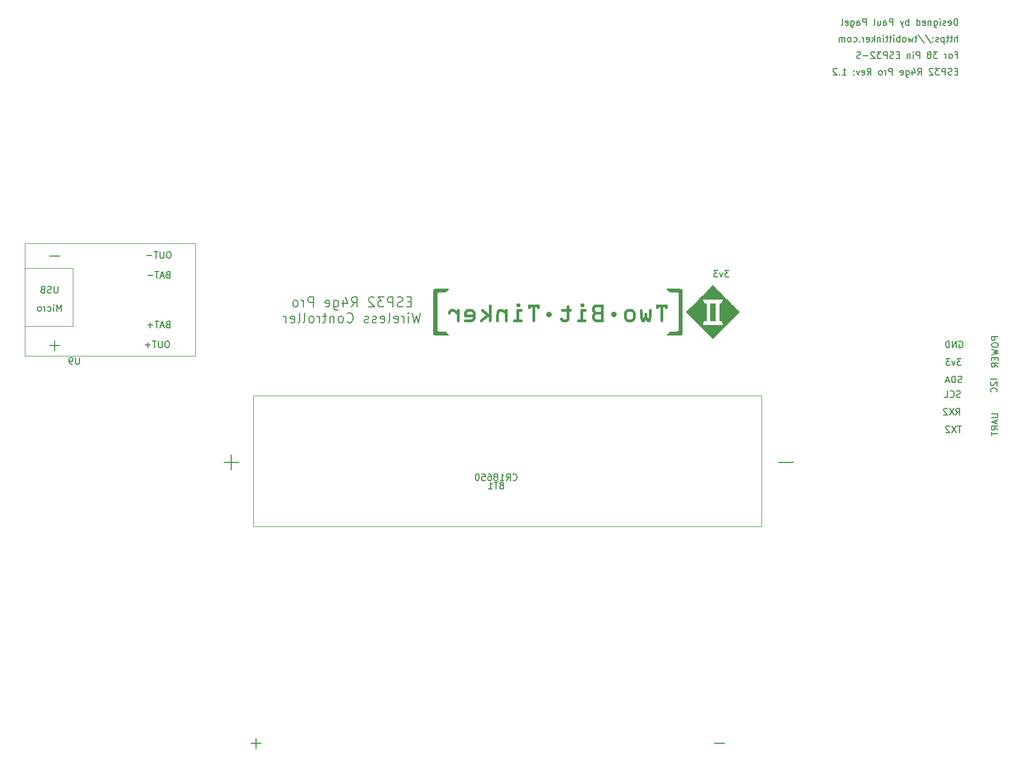
<source format=gbr>
G04 #@! TF.GenerationSoftware,KiCad,Pcbnew,5.1.6-c6e7f7d~86~ubuntu19.10.1*
G04 #@! TF.CreationDate,2020-06-13T17:36:59-04:00*
G04 #@! TF.ProjectId,Esp32Badge-v1,45737033-3242-4616-9467-652d76312e6b,2*
G04 #@! TF.SameCoordinates,Original*
G04 #@! TF.FileFunction,Legend,Bot*
G04 #@! TF.FilePolarity,Positive*
%FSLAX46Y46*%
G04 Gerber Fmt 4.6, Leading zero omitted, Abs format (unit mm)*
G04 Created by KiCad (PCBNEW 5.1.6-c6e7f7d~86~ubuntu19.10.1) date 2020-06-13 17:36:59*
%MOMM*%
%LPD*%
G01*
G04 APERTURE LIST*
%ADD10C,0.150000*%
%ADD11C,0.010000*%
%ADD12C,0.120000*%
G04 APERTURE END LIST*
D10*
X214167980Y-77446476D02*
X213167980Y-77446476D01*
X213167980Y-77827428D01*
X213215600Y-77922666D01*
X213263219Y-77970285D01*
X213358457Y-78017904D01*
X213501314Y-78017904D01*
X213596552Y-77970285D01*
X213644171Y-77922666D01*
X213691790Y-77827428D01*
X213691790Y-77446476D01*
X213167980Y-78636952D02*
X213167980Y-78827428D01*
X213215600Y-78922666D01*
X213310838Y-79017904D01*
X213501314Y-79065523D01*
X213834647Y-79065523D01*
X214025123Y-79017904D01*
X214120361Y-78922666D01*
X214167980Y-78827428D01*
X214167980Y-78636952D01*
X214120361Y-78541714D01*
X214025123Y-78446476D01*
X213834647Y-78398857D01*
X213501314Y-78398857D01*
X213310838Y-78446476D01*
X213215600Y-78541714D01*
X213167980Y-78636952D01*
X213167980Y-79398857D02*
X214167980Y-79636952D01*
X213453695Y-79827428D01*
X214167980Y-80017904D01*
X213167980Y-80256000D01*
X213644171Y-80636952D02*
X213644171Y-80970285D01*
X214167980Y-81113142D02*
X214167980Y-80636952D01*
X213167980Y-80636952D01*
X213167980Y-81113142D01*
X214167980Y-82113142D02*
X213691790Y-81779809D01*
X214167980Y-81541714D02*
X213167980Y-81541714D01*
X213167980Y-81922666D01*
X213215600Y-82017904D01*
X213263219Y-82065523D01*
X213358457Y-82113142D01*
X213501314Y-82113142D01*
X213596552Y-82065523D01*
X213644171Y-82017904D01*
X213691790Y-81922666D01*
X213691790Y-81541714D01*
X207944404Y-36758571D02*
X207611071Y-36758571D01*
X207468214Y-37282380D02*
X207944404Y-37282380D01*
X207944404Y-36282380D01*
X207468214Y-36282380D01*
X207087261Y-37234761D02*
X206944404Y-37282380D01*
X206706309Y-37282380D01*
X206611071Y-37234761D01*
X206563452Y-37187142D01*
X206515833Y-37091904D01*
X206515833Y-36996666D01*
X206563452Y-36901428D01*
X206611071Y-36853809D01*
X206706309Y-36806190D01*
X206896785Y-36758571D01*
X206992023Y-36710952D01*
X207039642Y-36663333D01*
X207087261Y-36568095D01*
X207087261Y-36472857D01*
X207039642Y-36377619D01*
X206992023Y-36330000D01*
X206896785Y-36282380D01*
X206658690Y-36282380D01*
X206515833Y-36330000D01*
X206087261Y-37282380D02*
X206087261Y-36282380D01*
X205706309Y-36282380D01*
X205611071Y-36330000D01*
X205563452Y-36377619D01*
X205515833Y-36472857D01*
X205515833Y-36615714D01*
X205563452Y-36710952D01*
X205611071Y-36758571D01*
X205706309Y-36806190D01*
X206087261Y-36806190D01*
X205182500Y-36282380D02*
X204563452Y-36282380D01*
X204896785Y-36663333D01*
X204753928Y-36663333D01*
X204658690Y-36710952D01*
X204611071Y-36758571D01*
X204563452Y-36853809D01*
X204563452Y-37091904D01*
X204611071Y-37187142D01*
X204658690Y-37234761D01*
X204753928Y-37282380D01*
X205039642Y-37282380D01*
X205134880Y-37234761D01*
X205182500Y-37187142D01*
X204182500Y-36377619D02*
X204134880Y-36330000D01*
X204039642Y-36282380D01*
X203801547Y-36282380D01*
X203706309Y-36330000D01*
X203658690Y-36377619D01*
X203611071Y-36472857D01*
X203611071Y-36568095D01*
X203658690Y-36710952D01*
X204230119Y-37282380D01*
X203611071Y-37282380D01*
X201849166Y-37282380D02*
X202182500Y-36806190D01*
X202420595Y-37282380D02*
X202420595Y-36282380D01*
X202039642Y-36282380D01*
X201944404Y-36330000D01*
X201896785Y-36377619D01*
X201849166Y-36472857D01*
X201849166Y-36615714D01*
X201896785Y-36710952D01*
X201944404Y-36758571D01*
X202039642Y-36806190D01*
X202420595Y-36806190D01*
X200992023Y-36615714D02*
X200992023Y-37282380D01*
X201230119Y-36234761D02*
X201468214Y-36949047D01*
X200849166Y-36949047D01*
X200039642Y-36615714D02*
X200039642Y-37425238D01*
X200087261Y-37520476D01*
X200134880Y-37568095D01*
X200230119Y-37615714D01*
X200372976Y-37615714D01*
X200468214Y-37568095D01*
X200039642Y-37234761D02*
X200134880Y-37282380D01*
X200325357Y-37282380D01*
X200420595Y-37234761D01*
X200468214Y-37187142D01*
X200515833Y-37091904D01*
X200515833Y-36806190D01*
X200468214Y-36710952D01*
X200420595Y-36663333D01*
X200325357Y-36615714D01*
X200134880Y-36615714D01*
X200039642Y-36663333D01*
X199182500Y-37234761D02*
X199277738Y-37282380D01*
X199468214Y-37282380D01*
X199563452Y-37234761D01*
X199611071Y-37139523D01*
X199611071Y-36758571D01*
X199563452Y-36663333D01*
X199468214Y-36615714D01*
X199277738Y-36615714D01*
X199182500Y-36663333D01*
X199134880Y-36758571D01*
X199134880Y-36853809D01*
X199611071Y-36949047D01*
X197944404Y-37282380D02*
X197944404Y-36282380D01*
X197563452Y-36282380D01*
X197468214Y-36330000D01*
X197420595Y-36377619D01*
X197372976Y-36472857D01*
X197372976Y-36615714D01*
X197420595Y-36710952D01*
X197468214Y-36758571D01*
X197563452Y-36806190D01*
X197944404Y-36806190D01*
X196944404Y-37282380D02*
X196944404Y-36615714D01*
X196944404Y-36806190D02*
X196896785Y-36710952D01*
X196849166Y-36663333D01*
X196753928Y-36615714D01*
X196658690Y-36615714D01*
X196182500Y-37282380D02*
X196277738Y-37234761D01*
X196325357Y-37187142D01*
X196372976Y-37091904D01*
X196372976Y-36806190D01*
X196325357Y-36710952D01*
X196277738Y-36663333D01*
X196182500Y-36615714D01*
X196039642Y-36615714D01*
X195944404Y-36663333D01*
X195896785Y-36710952D01*
X195849166Y-36806190D01*
X195849166Y-37091904D01*
X195896785Y-37187142D01*
X195944404Y-37234761D01*
X196039642Y-37282380D01*
X196182500Y-37282380D01*
X194087261Y-37282380D02*
X194420595Y-36806190D01*
X194658690Y-37282380D02*
X194658690Y-36282380D01*
X194277738Y-36282380D01*
X194182500Y-36330000D01*
X194134880Y-36377619D01*
X194087261Y-36472857D01*
X194087261Y-36615714D01*
X194134880Y-36710952D01*
X194182500Y-36758571D01*
X194277738Y-36806190D01*
X194658690Y-36806190D01*
X193277738Y-37234761D02*
X193372976Y-37282380D01*
X193563452Y-37282380D01*
X193658690Y-37234761D01*
X193706309Y-37139523D01*
X193706309Y-36758571D01*
X193658690Y-36663333D01*
X193563452Y-36615714D01*
X193372976Y-36615714D01*
X193277738Y-36663333D01*
X193230119Y-36758571D01*
X193230119Y-36853809D01*
X193706309Y-36949047D01*
X192896785Y-36615714D02*
X192658690Y-37282380D01*
X192420595Y-36615714D01*
X192039642Y-37187142D02*
X191992023Y-37234761D01*
X192039642Y-37282380D01*
X192087261Y-37234761D01*
X192039642Y-37187142D01*
X192039642Y-37282380D01*
X192039642Y-36663333D02*
X191992023Y-36710952D01*
X192039642Y-36758571D01*
X192087261Y-36710952D01*
X192039642Y-36663333D01*
X192039642Y-36758571D01*
X190277738Y-37282380D02*
X190849166Y-37282380D01*
X190563452Y-37282380D02*
X190563452Y-36282380D01*
X190658690Y-36425238D01*
X190753928Y-36520476D01*
X190849166Y-36568095D01*
X189849166Y-37187142D02*
X189801547Y-37234761D01*
X189849166Y-37282380D01*
X189896785Y-37234761D01*
X189849166Y-37187142D01*
X189849166Y-37282380D01*
X189420595Y-36377619D02*
X189372976Y-36330000D01*
X189277738Y-36282380D01*
X189039642Y-36282380D01*
X188944404Y-36330000D01*
X188896785Y-36377619D01*
X188849166Y-36472857D01*
X188849166Y-36568095D01*
X188896785Y-36710952D01*
X189468214Y-37282380D01*
X188849166Y-37282380D01*
X213142580Y-89285961D02*
X213952104Y-89285961D01*
X214047342Y-89333580D01*
X214094961Y-89381200D01*
X214142580Y-89476438D01*
X214142580Y-89666914D01*
X214094961Y-89762152D01*
X214047342Y-89809771D01*
X213952104Y-89857390D01*
X213142580Y-89857390D01*
X213856866Y-90285961D02*
X213856866Y-90762152D01*
X214142580Y-90190723D02*
X213142580Y-90524057D01*
X214142580Y-90857390D01*
X214142580Y-91762152D02*
X213666390Y-91428819D01*
X214142580Y-91190723D02*
X213142580Y-91190723D01*
X213142580Y-91571676D01*
X213190200Y-91666914D01*
X213237819Y-91714533D01*
X213333057Y-91762152D01*
X213475914Y-91762152D01*
X213571152Y-91714533D01*
X213618771Y-91666914D01*
X213666390Y-91571676D01*
X213666390Y-91190723D01*
X213142580Y-92047866D02*
X213142580Y-92619295D01*
X214142580Y-92333580D02*
X213142580Y-92333580D01*
X214015580Y-83936009D02*
X213015580Y-83936009D01*
X213110819Y-84364580D02*
X213063200Y-84412200D01*
X213015580Y-84507438D01*
X213015580Y-84745533D01*
X213063200Y-84840771D01*
X213110819Y-84888390D01*
X213206057Y-84936009D01*
X213301295Y-84936009D01*
X213444152Y-84888390D01*
X214015580Y-84316961D01*
X214015580Y-84936009D01*
X213920342Y-85936009D02*
X213967961Y-85888390D01*
X214015580Y-85745533D01*
X214015580Y-85650295D01*
X213967961Y-85507438D01*
X213872723Y-85412200D01*
X213777485Y-85364580D01*
X213587009Y-85316961D01*
X213444152Y-85316961D01*
X213253676Y-85364580D01*
X213158438Y-85412200D01*
X213063200Y-85507438D01*
X213015580Y-85650295D01*
X213015580Y-85745533D01*
X213063200Y-85888390D01*
X213110819Y-85936009D01*
X208605285Y-84453361D02*
X208462428Y-84500980D01*
X208224333Y-84500980D01*
X208129095Y-84453361D01*
X208081476Y-84405742D01*
X208033857Y-84310504D01*
X208033857Y-84215266D01*
X208081476Y-84120028D01*
X208129095Y-84072409D01*
X208224333Y-84024790D01*
X208414809Y-83977171D01*
X208510047Y-83929552D01*
X208557666Y-83881933D01*
X208605285Y-83786695D01*
X208605285Y-83691457D01*
X208557666Y-83596219D01*
X208510047Y-83548600D01*
X208414809Y-83500980D01*
X208176714Y-83500980D01*
X208033857Y-83548600D01*
X207605285Y-84500980D02*
X207605285Y-83500980D01*
X207367190Y-83500980D01*
X207224333Y-83548600D01*
X207129095Y-83643838D01*
X207081476Y-83739076D01*
X207033857Y-83929552D01*
X207033857Y-84072409D01*
X207081476Y-84262885D01*
X207129095Y-84358123D01*
X207224333Y-84453361D01*
X207367190Y-84500980D01*
X207605285Y-84500980D01*
X206652904Y-84215266D02*
X206176714Y-84215266D01*
X206748142Y-84500980D02*
X206414809Y-83500980D01*
X206081476Y-84500980D01*
X208378276Y-86713961D02*
X208235419Y-86761580D01*
X207997323Y-86761580D01*
X207902085Y-86713961D01*
X207854466Y-86666342D01*
X207806847Y-86571104D01*
X207806847Y-86475866D01*
X207854466Y-86380628D01*
X207902085Y-86333009D01*
X207997323Y-86285390D01*
X208187800Y-86237771D01*
X208283038Y-86190152D01*
X208330657Y-86142533D01*
X208378276Y-86047295D01*
X208378276Y-85952057D01*
X208330657Y-85856819D01*
X208283038Y-85809200D01*
X208187800Y-85761580D01*
X207949704Y-85761580D01*
X207806847Y-85809200D01*
X206806847Y-86666342D02*
X206854466Y-86713961D01*
X206997323Y-86761580D01*
X207092561Y-86761580D01*
X207235419Y-86713961D01*
X207330657Y-86618723D01*
X207378276Y-86523485D01*
X207425895Y-86333009D01*
X207425895Y-86190152D01*
X207378276Y-85999676D01*
X207330657Y-85904438D01*
X207235419Y-85809200D01*
X207092561Y-85761580D01*
X206997323Y-85761580D01*
X206854466Y-85809200D01*
X206806847Y-85856819D01*
X205902085Y-86761580D02*
X206378276Y-86761580D01*
X206378276Y-85761580D01*
X172894476Y-67295780D02*
X172275428Y-67295780D01*
X172608761Y-67676733D01*
X172465904Y-67676733D01*
X172370666Y-67724352D01*
X172323047Y-67771971D01*
X172275428Y-67867209D01*
X172275428Y-68105304D01*
X172323047Y-68200542D01*
X172370666Y-68248161D01*
X172465904Y-68295780D01*
X172751619Y-68295780D01*
X172846857Y-68248161D01*
X172894476Y-68200542D01*
X171942095Y-67629114D02*
X171704000Y-68295780D01*
X171465904Y-67629114D01*
X171180190Y-67295780D02*
X170561142Y-67295780D01*
X170894476Y-67676733D01*
X170751619Y-67676733D01*
X170656380Y-67724352D01*
X170608761Y-67771971D01*
X170561142Y-67867209D01*
X170561142Y-68105304D01*
X170608761Y-68200542D01*
X170656380Y-68248161D01*
X170751619Y-68295780D01*
X171037333Y-68295780D01*
X171132571Y-68248161D01*
X171180190Y-68200542D01*
X208203704Y-78189200D02*
X208298942Y-78141580D01*
X208441800Y-78141580D01*
X208584657Y-78189200D01*
X208679895Y-78284438D01*
X208727514Y-78379676D01*
X208775133Y-78570152D01*
X208775133Y-78713009D01*
X208727514Y-78903485D01*
X208679895Y-78998723D01*
X208584657Y-79093961D01*
X208441800Y-79141580D01*
X208346561Y-79141580D01*
X208203704Y-79093961D01*
X208156085Y-79046342D01*
X208156085Y-78713009D01*
X208346561Y-78713009D01*
X207727514Y-79141580D02*
X207727514Y-78141580D01*
X207156085Y-79141580D01*
X207156085Y-78141580D01*
X206679895Y-79141580D02*
X206679895Y-78141580D01*
X206441800Y-78141580D01*
X206298942Y-78189200D01*
X206203704Y-78284438D01*
X206156085Y-78379676D01*
X206108466Y-78570152D01*
X206108466Y-78713009D01*
X206156085Y-78903485D01*
X206203704Y-78998723D01*
X206298942Y-79093961D01*
X206441800Y-79141580D01*
X206679895Y-79141580D01*
X208530676Y-80833980D02*
X207911628Y-80833980D01*
X208244961Y-81214933D01*
X208102104Y-81214933D01*
X208006866Y-81262552D01*
X207959247Y-81310171D01*
X207911628Y-81405409D01*
X207911628Y-81643504D01*
X207959247Y-81738742D01*
X208006866Y-81786361D01*
X208102104Y-81833980D01*
X208387819Y-81833980D01*
X208483057Y-81786361D01*
X208530676Y-81738742D01*
X207578295Y-81167314D02*
X207340200Y-81833980D01*
X207102104Y-81167314D01*
X206816390Y-80833980D02*
X206197342Y-80833980D01*
X206530676Y-81214933D01*
X206387819Y-81214933D01*
X206292580Y-81262552D01*
X206244961Y-81310171D01*
X206197342Y-81405409D01*
X206197342Y-81643504D01*
X206244961Y-81738742D01*
X206292580Y-81786361D01*
X206387819Y-81833980D01*
X206673533Y-81833980D01*
X206768771Y-81786361D01*
X206816390Y-81738742D01*
X208527495Y-91146380D02*
X207956066Y-91146380D01*
X208241780Y-92146380D02*
X208241780Y-91146380D01*
X207717971Y-91146380D02*
X207051304Y-92146380D01*
X207051304Y-91146380D02*
X207717971Y-92146380D01*
X206717971Y-91241619D02*
X206670352Y-91194000D01*
X206575114Y-91146380D01*
X206337019Y-91146380D01*
X206241780Y-91194000D01*
X206194161Y-91241619D01*
X206146542Y-91336857D01*
X206146542Y-91432095D01*
X206194161Y-91574952D01*
X206765590Y-92146380D01*
X206146542Y-92146380D01*
X207703657Y-89453980D02*
X208036990Y-88977790D01*
X208275085Y-89453980D02*
X208275085Y-88453980D01*
X207894133Y-88453980D01*
X207798895Y-88501600D01*
X207751276Y-88549219D01*
X207703657Y-88644457D01*
X207703657Y-88787314D01*
X207751276Y-88882552D01*
X207798895Y-88930171D01*
X207894133Y-88977790D01*
X208275085Y-88977790D01*
X207370323Y-88453980D02*
X206703657Y-89453980D01*
X206703657Y-88453980D02*
X207370323Y-89453980D01*
X206370323Y-88549219D02*
X206322704Y-88501600D01*
X206227466Y-88453980D01*
X205989371Y-88453980D01*
X205894133Y-88501600D01*
X205846514Y-88549219D01*
X205798895Y-88644457D01*
X205798895Y-88739695D01*
X205846514Y-88882552D01*
X206417942Y-89453980D01*
X205798895Y-89453980D01*
X172211904Y-139842857D02*
X170688095Y-139842857D01*
X101091904Y-139842857D02*
X99568095Y-139842857D01*
X100330000Y-140604761D02*
X100330000Y-139080952D01*
X207611071Y-34218571D02*
X207944404Y-34218571D01*
X207944404Y-34742380D02*
X207944404Y-33742380D01*
X207468214Y-33742380D01*
X206944404Y-34742380D02*
X207039642Y-34694761D01*
X207087261Y-34647142D01*
X207134880Y-34551904D01*
X207134880Y-34266190D01*
X207087261Y-34170952D01*
X207039642Y-34123333D01*
X206944404Y-34075714D01*
X206801547Y-34075714D01*
X206706309Y-34123333D01*
X206658690Y-34170952D01*
X206611071Y-34266190D01*
X206611071Y-34551904D01*
X206658690Y-34647142D01*
X206706309Y-34694761D01*
X206801547Y-34742380D01*
X206944404Y-34742380D01*
X206182500Y-34742380D02*
X206182500Y-34075714D01*
X206182500Y-34266190D02*
X206134880Y-34170952D01*
X206087261Y-34123333D01*
X205992023Y-34075714D01*
X205896785Y-34075714D01*
X204896785Y-33742380D02*
X204277738Y-33742380D01*
X204611071Y-34123333D01*
X204468214Y-34123333D01*
X204372976Y-34170952D01*
X204325357Y-34218571D01*
X204277738Y-34313809D01*
X204277738Y-34551904D01*
X204325357Y-34647142D01*
X204372976Y-34694761D01*
X204468214Y-34742380D01*
X204753928Y-34742380D01*
X204849166Y-34694761D01*
X204896785Y-34647142D01*
X203706309Y-34170952D02*
X203801547Y-34123333D01*
X203849166Y-34075714D01*
X203896785Y-33980476D01*
X203896785Y-33932857D01*
X203849166Y-33837619D01*
X203801547Y-33790000D01*
X203706309Y-33742380D01*
X203515833Y-33742380D01*
X203420595Y-33790000D01*
X203372976Y-33837619D01*
X203325357Y-33932857D01*
X203325357Y-33980476D01*
X203372976Y-34075714D01*
X203420595Y-34123333D01*
X203515833Y-34170952D01*
X203706309Y-34170952D01*
X203801547Y-34218571D01*
X203849166Y-34266190D01*
X203896785Y-34361428D01*
X203896785Y-34551904D01*
X203849166Y-34647142D01*
X203801547Y-34694761D01*
X203706309Y-34742380D01*
X203515833Y-34742380D01*
X203420595Y-34694761D01*
X203372976Y-34647142D01*
X203325357Y-34551904D01*
X203325357Y-34361428D01*
X203372976Y-34266190D01*
X203420595Y-34218571D01*
X203515833Y-34170952D01*
X202134880Y-34742380D02*
X202134880Y-33742380D01*
X201753928Y-33742380D01*
X201658690Y-33790000D01*
X201611071Y-33837619D01*
X201563452Y-33932857D01*
X201563452Y-34075714D01*
X201611071Y-34170952D01*
X201658690Y-34218571D01*
X201753928Y-34266190D01*
X202134880Y-34266190D01*
X201134880Y-34742380D02*
X201134880Y-34075714D01*
X201134880Y-33742380D02*
X201182500Y-33790000D01*
X201134880Y-33837619D01*
X201087261Y-33790000D01*
X201134880Y-33742380D01*
X201134880Y-33837619D01*
X200658690Y-34075714D02*
X200658690Y-34742380D01*
X200658690Y-34170952D02*
X200611071Y-34123333D01*
X200515833Y-34075714D01*
X200372976Y-34075714D01*
X200277738Y-34123333D01*
X200230119Y-34218571D01*
X200230119Y-34742380D01*
X198992023Y-34218571D02*
X198658690Y-34218571D01*
X198515833Y-34742380D02*
X198992023Y-34742380D01*
X198992023Y-33742380D01*
X198515833Y-33742380D01*
X198134880Y-34694761D02*
X197992023Y-34742380D01*
X197753928Y-34742380D01*
X197658690Y-34694761D01*
X197611071Y-34647142D01*
X197563452Y-34551904D01*
X197563452Y-34456666D01*
X197611071Y-34361428D01*
X197658690Y-34313809D01*
X197753928Y-34266190D01*
X197944404Y-34218571D01*
X198039642Y-34170952D01*
X198087261Y-34123333D01*
X198134880Y-34028095D01*
X198134880Y-33932857D01*
X198087261Y-33837619D01*
X198039642Y-33790000D01*
X197944404Y-33742380D01*
X197706309Y-33742380D01*
X197563452Y-33790000D01*
X197134880Y-34742380D02*
X197134880Y-33742380D01*
X196753928Y-33742380D01*
X196658690Y-33790000D01*
X196611071Y-33837619D01*
X196563452Y-33932857D01*
X196563452Y-34075714D01*
X196611071Y-34170952D01*
X196658690Y-34218571D01*
X196753928Y-34266190D01*
X197134880Y-34266190D01*
X196230119Y-33742380D02*
X195611071Y-33742380D01*
X195944404Y-34123333D01*
X195801547Y-34123333D01*
X195706309Y-34170952D01*
X195658690Y-34218571D01*
X195611071Y-34313809D01*
X195611071Y-34551904D01*
X195658690Y-34647142D01*
X195706309Y-34694761D01*
X195801547Y-34742380D01*
X196087261Y-34742380D01*
X196182500Y-34694761D01*
X196230119Y-34647142D01*
X195230119Y-33837619D02*
X195182500Y-33790000D01*
X195087261Y-33742380D01*
X194849166Y-33742380D01*
X194753928Y-33790000D01*
X194706309Y-33837619D01*
X194658690Y-33932857D01*
X194658690Y-34028095D01*
X194706309Y-34170952D01*
X195277738Y-34742380D01*
X194658690Y-34742380D01*
X194230119Y-34361428D02*
X193468214Y-34361428D01*
X193039642Y-34694761D02*
X192896785Y-34742380D01*
X192658690Y-34742380D01*
X192563452Y-34694761D01*
X192515833Y-34647142D01*
X192468214Y-34551904D01*
X192468214Y-34456666D01*
X192515833Y-34361428D01*
X192563452Y-34313809D01*
X192658690Y-34266190D01*
X192849166Y-34218571D01*
X192944404Y-34170952D01*
X192992023Y-34123333D01*
X193039642Y-34028095D01*
X193039642Y-33932857D01*
X192992023Y-33837619D01*
X192944404Y-33790000D01*
X192849166Y-33742380D01*
X192611071Y-33742380D01*
X192468214Y-33790000D01*
X139731428Y-99417142D02*
X139779047Y-99464761D01*
X139921904Y-99512380D01*
X140017142Y-99512380D01*
X140160000Y-99464761D01*
X140255238Y-99369523D01*
X140302857Y-99274285D01*
X140350476Y-99083809D01*
X140350476Y-98940952D01*
X140302857Y-98750476D01*
X140255238Y-98655238D01*
X140160000Y-98560000D01*
X140017142Y-98512380D01*
X139921904Y-98512380D01*
X139779047Y-98560000D01*
X139731428Y-98607619D01*
X138731428Y-99512380D02*
X139064761Y-99036190D01*
X139302857Y-99512380D02*
X139302857Y-98512380D01*
X138921904Y-98512380D01*
X138826666Y-98560000D01*
X138779047Y-98607619D01*
X138731428Y-98702857D01*
X138731428Y-98845714D01*
X138779047Y-98940952D01*
X138826666Y-98988571D01*
X138921904Y-99036190D01*
X139302857Y-99036190D01*
X137779047Y-99512380D02*
X138350476Y-99512380D01*
X138064761Y-99512380D02*
X138064761Y-98512380D01*
X138160000Y-98655238D01*
X138255238Y-98750476D01*
X138350476Y-98798095D01*
X137207619Y-98940952D02*
X137302857Y-98893333D01*
X137350476Y-98845714D01*
X137398095Y-98750476D01*
X137398095Y-98702857D01*
X137350476Y-98607619D01*
X137302857Y-98560000D01*
X137207619Y-98512380D01*
X137017142Y-98512380D01*
X136921904Y-98560000D01*
X136874285Y-98607619D01*
X136826666Y-98702857D01*
X136826666Y-98750476D01*
X136874285Y-98845714D01*
X136921904Y-98893333D01*
X137017142Y-98940952D01*
X137207619Y-98940952D01*
X137302857Y-98988571D01*
X137350476Y-99036190D01*
X137398095Y-99131428D01*
X137398095Y-99321904D01*
X137350476Y-99417142D01*
X137302857Y-99464761D01*
X137207619Y-99512380D01*
X137017142Y-99512380D01*
X136921904Y-99464761D01*
X136874285Y-99417142D01*
X136826666Y-99321904D01*
X136826666Y-99131428D01*
X136874285Y-99036190D01*
X136921904Y-98988571D01*
X137017142Y-98940952D01*
X135969523Y-98512380D02*
X136160000Y-98512380D01*
X136255238Y-98560000D01*
X136302857Y-98607619D01*
X136398095Y-98750476D01*
X136445714Y-98940952D01*
X136445714Y-99321904D01*
X136398095Y-99417142D01*
X136350476Y-99464761D01*
X136255238Y-99512380D01*
X136064761Y-99512380D01*
X135969523Y-99464761D01*
X135921904Y-99417142D01*
X135874285Y-99321904D01*
X135874285Y-99083809D01*
X135921904Y-98988571D01*
X135969523Y-98940952D01*
X136064761Y-98893333D01*
X136255238Y-98893333D01*
X136350476Y-98940952D01*
X136398095Y-98988571D01*
X136445714Y-99083809D01*
X134969523Y-98512380D02*
X135445714Y-98512380D01*
X135493333Y-98988571D01*
X135445714Y-98940952D01*
X135350476Y-98893333D01*
X135112380Y-98893333D01*
X135017142Y-98940952D01*
X134969523Y-98988571D01*
X134921904Y-99083809D01*
X134921904Y-99321904D01*
X134969523Y-99417142D01*
X135017142Y-99464761D01*
X135112380Y-99512380D01*
X135350476Y-99512380D01*
X135445714Y-99464761D01*
X135493333Y-99417142D01*
X134302857Y-98512380D02*
X134207619Y-98512380D01*
X134112380Y-98560000D01*
X134064761Y-98607619D01*
X134017142Y-98702857D01*
X133969523Y-98893333D01*
X133969523Y-99131428D01*
X134017142Y-99321904D01*
X134064761Y-99417142D01*
X134112380Y-99464761D01*
X134207619Y-99512380D01*
X134302857Y-99512380D01*
X134398095Y-99464761D01*
X134445714Y-99417142D01*
X134493333Y-99321904D01*
X134540952Y-99131428D01*
X134540952Y-98893333D01*
X134493333Y-98702857D01*
X134445714Y-98607619D01*
X134398095Y-98560000D01*
X134302857Y-98512380D01*
X207944404Y-32202380D02*
X207944404Y-31202380D01*
X207515833Y-32202380D02*
X207515833Y-31678571D01*
X207563452Y-31583333D01*
X207658690Y-31535714D01*
X207801547Y-31535714D01*
X207896785Y-31583333D01*
X207944404Y-31630952D01*
X207182500Y-31535714D02*
X206801547Y-31535714D01*
X207039642Y-31202380D02*
X207039642Y-32059523D01*
X206992023Y-32154761D01*
X206896785Y-32202380D01*
X206801547Y-32202380D01*
X206611071Y-31535714D02*
X206230119Y-31535714D01*
X206468214Y-31202380D02*
X206468214Y-32059523D01*
X206420595Y-32154761D01*
X206325357Y-32202380D01*
X206230119Y-32202380D01*
X205896785Y-31535714D02*
X205896785Y-32535714D01*
X205896785Y-31583333D02*
X205801547Y-31535714D01*
X205611071Y-31535714D01*
X205515833Y-31583333D01*
X205468214Y-31630952D01*
X205420595Y-31726190D01*
X205420595Y-32011904D01*
X205468214Y-32107142D01*
X205515833Y-32154761D01*
X205611071Y-32202380D01*
X205801547Y-32202380D01*
X205896785Y-32154761D01*
X205039642Y-32154761D02*
X204944404Y-32202380D01*
X204753928Y-32202380D01*
X204658690Y-32154761D01*
X204611071Y-32059523D01*
X204611071Y-32011904D01*
X204658690Y-31916666D01*
X204753928Y-31869047D01*
X204896785Y-31869047D01*
X204992023Y-31821428D01*
X205039642Y-31726190D01*
X205039642Y-31678571D01*
X204992023Y-31583333D01*
X204896785Y-31535714D01*
X204753928Y-31535714D01*
X204658690Y-31583333D01*
X204182500Y-32107142D02*
X204134880Y-32154761D01*
X204182500Y-32202380D01*
X204230119Y-32154761D01*
X204182500Y-32107142D01*
X204182500Y-32202380D01*
X204182500Y-31583333D02*
X204134880Y-31630952D01*
X204182500Y-31678571D01*
X204230119Y-31630952D01*
X204182500Y-31583333D01*
X204182500Y-31678571D01*
X202992023Y-31154761D02*
X203849166Y-32440476D01*
X201944404Y-31154761D02*
X202801547Y-32440476D01*
X201753928Y-31535714D02*
X201372976Y-31535714D01*
X201611071Y-31202380D02*
X201611071Y-32059523D01*
X201563452Y-32154761D01*
X201468214Y-32202380D01*
X201372976Y-32202380D01*
X201134880Y-31535714D02*
X200944404Y-32202380D01*
X200753928Y-31726190D01*
X200563452Y-32202380D01*
X200372976Y-31535714D01*
X199849166Y-32202380D02*
X199944404Y-32154761D01*
X199992023Y-32107142D01*
X200039642Y-32011904D01*
X200039642Y-31726190D01*
X199992023Y-31630952D01*
X199944404Y-31583333D01*
X199849166Y-31535714D01*
X199706309Y-31535714D01*
X199611071Y-31583333D01*
X199563452Y-31630952D01*
X199515833Y-31726190D01*
X199515833Y-32011904D01*
X199563452Y-32107142D01*
X199611071Y-32154761D01*
X199706309Y-32202380D01*
X199849166Y-32202380D01*
X199087261Y-32202380D02*
X199087261Y-31202380D01*
X199087261Y-31583333D02*
X198992023Y-31535714D01*
X198801547Y-31535714D01*
X198706309Y-31583333D01*
X198658690Y-31630952D01*
X198611071Y-31726190D01*
X198611071Y-32011904D01*
X198658690Y-32107142D01*
X198706309Y-32154761D01*
X198801547Y-32202380D01*
X198992023Y-32202380D01*
X199087261Y-32154761D01*
X198182500Y-32202380D02*
X198182500Y-31535714D01*
X198182500Y-31202380D02*
X198230119Y-31250000D01*
X198182500Y-31297619D01*
X198134880Y-31250000D01*
X198182500Y-31202380D01*
X198182500Y-31297619D01*
X197849166Y-31535714D02*
X197468214Y-31535714D01*
X197706309Y-31202380D02*
X197706309Y-32059523D01*
X197658690Y-32154761D01*
X197563452Y-32202380D01*
X197468214Y-32202380D01*
X197277738Y-31535714D02*
X196896785Y-31535714D01*
X197134880Y-31202380D02*
X197134880Y-32059523D01*
X197087261Y-32154761D01*
X196992023Y-32202380D01*
X196896785Y-32202380D01*
X196563452Y-32202380D02*
X196563452Y-31535714D01*
X196563452Y-31202380D02*
X196611071Y-31250000D01*
X196563452Y-31297619D01*
X196515833Y-31250000D01*
X196563452Y-31202380D01*
X196563452Y-31297619D01*
X196087261Y-31535714D02*
X196087261Y-32202380D01*
X196087261Y-31630952D02*
X196039642Y-31583333D01*
X195944404Y-31535714D01*
X195801547Y-31535714D01*
X195706309Y-31583333D01*
X195658690Y-31678571D01*
X195658690Y-32202380D01*
X195182500Y-32202380D02*
X195182500Y-31202380D01*
X195087261Y-31821428D02*
X194801547Y-32202380D01*
X194801547Y-31535714D02*
X195182500Y-31916666D01*
X193992023Y-32154761D02*
X194087261Y-32202380D01*
X194277738Y-32202380D01*
X194372976Y-32154761D01*
X194420595Y-32059523D01*
X194420595Y-31678571D01*
X194372976Y-31583333D01*
X194277738Y-31535714D01*
X194087261Y-31535714D01*
X193992023Y-31583333D01*
X193944404Y-31678571D01*
X193944404Y-31773809D01*
X194420595Y-31869047D01*
X193515833Y-32202380D02*
X193515833Y-31535714D01*
X193515833Y-31726190D02*
X193468214Y-31630952D01*
X193420595Y-31583333D01*
X193325357Y-31535714D01*
X193230119Y-31535714D01*
X192896785Y-32107142D02*
X192849166Y-32154761D01*
X192896785Y-32202380D01*
X192944404Y-32154761D01*
X192896785Y-32107142D01*
X192896785Y-32202380D01*
X191992023Y-32154761D02*
X192087261Y-32202380D01*
X192277738Y-32202380D01*
X192372976Y-32154761D01*
X192420595Y-32107142D01*
X192468214Y-32011904D01*
X192468214Y-31726190D01*
X192420595Y-31630952D01*
X192372976Y-31583333D01*
X192277738Y-31535714D01*
X192087261Y-31535714D01*
X191992023Y-31583333D01*
X191420595Y-32202380D02*
X191515833Y-32154761D01*
X191563452Y-32107142D01*
X191611071Y-32011904D01*
X191611071Y-31726190D01*
X191563452Y-31630952D01*
X191515833Y-31583333D01*
X191420595Y-31535714D01*
X191277738Y-31535714D01*
X191182500Y-31583333D01*
X191134880Y-31630952D01*
X191087261Y-31726190D01*
X191087261Y-32011904D01*
X191134880Y-32107142D01*
X191182500Y-32154761D01*
X191277738Y-32202380D01*
X191420595Y-32202380D01*
X190658690Y-32202380D02*
X190658690Y-31535714D01*
X190658690Y-31630952D02*
X190611071Y-31583333D01*
X190515833Y-31535714D01*
X190372976Y-31535714D01*
X190277738Y-31583333D01*
X190230119Y-31678571D01*
X190230119Y-32202380D01*
X190230119Y-31678571D02*
X190182500Y-31583333D01*
X190087261Y-31535714D01*
X189944404Y-31535714D01*
X189849166Y-31583333D01*
X189801547Y-31678571D01*
X189801547Y-32202380D01*
X124097714Y-72098857D02*
X123597714Y-72098857D01*
X123383428Y-72884571D02*
X124097714Y-72884571D01*
X124097714Y-71384571D01*
X123383428Y-71384571D01*
X122812000Y-72813142D02*
X122597714Y-72884571D01*
X122240571Y-72884571D01*
X122097714Y-72813142D01*
X122026285Y-72741714D01*
X121954857Y-72598857D01*
X121954857Y-72456000D01*
X122026285Y-72313142D01*
X122097714Y-72241714D01*
X122240571Y-72170285D01*
X122526285Y-72098857D01*
X122669142Y-72027428D01*
X122740571Y-71956000D01*
X122812000Y-71813142D01*
X122812000Y-71670285D01*
X122740571Y-71527428D01*
X122669142Y-71456000D01*
X122526285Y-71384571D01*
X122169142Y-71384571D01*
X121954857Y-71456000D01*
X121312000Y-72884571D02*
X121312000Y-71384571D01*
X120740571Y-71384571D01*
X120597714Y-71456000D01*
X120526285Y-71527428D01*
X120454857Y-71670285D01*
X120454857Y-71884571D01*
X120526285Y-72027428D01*
X120597714Y-72098857D01*
X120740571Y-72170285D01*
X121312000Y-72170285D01*
X119954857Y-71384571D02*
X119026285Y-71384571D01*
X119526285Y-71956000D01*
X119312000Y-71956000D01*
X119169142Y-72027428D01*
X119097714Y-72098857D01*
X119026285Y-72241714D01*
X119026285Y-72598857D01*
X119097714Y-72741714D01*
X119169142Y-72813142D01*
X119312000Y-72884571D01*
X119740571Y-72884571D01*
X119883428Y-72813142D01*
X119954857Y-72741714D01*
X118454857Y-71527428D02*
X118383428Y-71456000D01*
X118240571Y-71384571D01*
X117883428Y-71384571D01*
X117740571Y-71456000D01*
X117669142Y-71527428D01*
X117597714Y-71670285D01*
X117597714Y-71813142D01*
X117669142Y-72027428D01*
X118526285Y-72884571D01*
X117597714Y-72884571D01*
X114954857Y-72884571D02*
X115454857Y-72170285D01*
X115812000Y-72884571D02*
X115812000Y-71384571D01*
X115240571Y-71384571D01*
X115097714Y-71456000D01*
X115026285Y-71527428D01*
X114954857Y-71670285D01*
X114954857Y-71884571D01*
X115026285Y-72027428D01*
X115097714Y-72098857D01*
X115240571Y-72170285D01*
X115812000Y-72170285D01*
X113669142Y-71884571D02*
X113669142Y-72884571D01*
X114026285Y-71313142D02*
X114383428Y-72384571D01*
X113454857Y-72384571D01*
X112240571Y-71884571D02*
X112240571Y-73098857D01*
X112312000Y-73241714D01*
X112383428Y-73313142D01*
X112526285Y-73384571D01*
X112740571Y-73384571D01*
X112883428Y-73313142D01*
X112240571Y-72813142D02*
X112383428Y-72884571D01*
X112669142Y-72884571D01*
X112812000Y-72813142D01*
X112883428Y-72741714D01*
X112954857Y-72598857D01*
X112954857Y-72170285D01*
X112883428Y-72027428D01*
X112812000Y-71956000D01*
X112669142Y-71884571D01*
X112383428Y-71884571D01*
X112240571Y-71956000D01*
X110954857Y-72813142D02*
X111097714Y-72884571D01*
X111383428Y-72884571D01*
X111526285Y-72813142D01*
X111597714Y-72670285D01*
X111597714Y-72098857D01*
X111526285Y-71956000D01*
X111383428Y-71884571D01*
X111097714Y-71884571D01*
X110954857Y-71956000D01*
X110883428Y-72098857D01*
X110883428Y-72241714D01*
X111597714Y-72384571D01*
X109097714Y-72884571D02*
X109097714Y-71384571D01*
X108526285Y-71384571D01*
X108383428Y-71456000D01*
X108312000Y-71527428D01*
X108240571Y-71670285D01*
X108240571Y-71884571D01*
X108312000Y-72027428D01*
X108383428Y-72098857D01*
X108526285Y-72170285D01*
X109097714Y-72170285D01*
X107597714Y-72884571D02*
X107597714Y-71884571D01*
X107597714Y-72170285D02*
X107526285Y-72027428D01*
X107454857Y-71956000D01*
X107312000Y-71884571D01*
X107169142Y-71884571D01*
X106454857Y-72884571D02*
X106597714Y-72813142D01*
X106669142Y-72741714D01*
X106740571Y-72598857D01*
X106740571Y-72170285D01*
X106669142Y-72027428D01*
X106597714Y-71956000D01*
X106454857Y-71884571D01*
X106240571Y-71884571D01*
X106097714Y-71956000D01*
X106026285Y-72027428D01*
X105954857Y-72170285D01*
X105954857Y-72598857D01*
X106026285Y-72741714D01*
X106097714Y-72813142D01*
X106240571Y-72884571D01*
X106454857Y-72884571D01*
X125562000Y-73784571D02*
X125204857Y-75284571D01*
X124919142Y-74213142D01*
X124633428Y-75284571D01*
X124276285Y-73784571D01*
X123704857Y-75284571D02*
X123704857Y-74284571D01*
X123704857Y-73784571D02*
X123776285Y-73856000D01*
X123704857Y-73927428D01*
X123633428Y-73856000D01*
X123704857Y-73784571D01*
X123704857Y-73927428D01*
X122990571Y-75284571D02*
X122990571Y-74284571D01*
X122990571Y-74570285D02*
X122919142Y-74427428D01*
X122847714Y-74356000D01*
X122704857Y-74284571D01*
X122562000Y-74284571D01*
X121490571Y-75213142D02*
X121633428Y-75284571D01*
X121919142Y-75284571D01*
X122062000Y-75213142D01*
X122133428Y-75070285D01*
X122133428Y-74498857D01*
X122062000Y-74356000D01*
X121919142Y-74284571D01*
X121633428Y-74284571D01*
X121490571Y-74356000D01*
X121419142Y-74498857D01*
X121419142Y-74641714D01*
X122133428Y-74784571D01*
X120562000Y-75284571D02*
X120704857Y-75213142D01*
X120776285Y-75070285D01*
X120776285Y-73784571D01*
X119419142Y-75213142D02*
X119562000Y-75284571D01*
X119847714Y-75284571D01*
X119990571Y-75213142D01*
X120062000Y-75070285D01*
X120062000Y-74498857D01*
X119990571Y-74356000D01*
X119847714Y-74284571D01*
X119562000Y-74284571D01*
X119419142Y-74356000D01*
X119347714Y-74498857D01*
X119347714Y-74641714D01*
X120062000Y-74784571D01*
X118776285Y-75213142D02*
X118633428Y-75284571D01*
X118347714Y-75284571D01*
X118204857Y-75213142D01*
X118133428Y-75070285D01*
X118133428Y-74998857D01*
X118204857Y-74856000D01*
X118347714Y-74784571D01*
X118562000Y-74784571D01*
X118704857Y-74713142D01*
X118776285Y-74570285D01*
X118776285Y-74498857D01*
X118704857Y-74356000D01*
X118562000Y-74284571D01*
X118347714Y-74284571D01*
X118204857Y-74356000D01*
X117562000Y-75213142D02*
X117419142Y-75284571D01*
X117133428Y-75284571D01*
X116990571Y-75213142D01*
X116919142Y-75070285D01*
X116919142Y-74998857D01*
X116990571Y-74856000D01*
X117133428Y-74784571D01*
X117347714Y-74784571D01*
X117490571Y-74713142D01*
X117562000Y-74570285D01*
X117562000Y-74498857D01*
X117490571Y-74356000D01*
X117347714Y-74284571D01*
X117133428Y-74284571D01*
X116990571Y-74356000D01*
X114276285Y-75141714D02*
X114347714Y-75213142D01*
X114562000Y-75284571D01*
X114704857Y-75284571D01*
X114919142Y-75213142D01*
X115062000Y-75070285D01*
X115133428Y-74927428D01*
X115204857Y-74641714D01*
X115204857Y-74427428D01*
X115133428Y-74141714D01*
X115062000Y-73998857D01*
X114919142Y-73856000D01*
X114704857Y-73784571D01*
X114562000Y-73784571D01*
X114347714Y-73856000D01*
X114276285Y-73927428D01*
X113419142Y-75284571D02*
X113562000Y-75213142D01*
X113633428Y-75141714D01*
X113704857Y-74998857D01*
X113704857Y-74570285D01*
X113633428Y-74427428D01*
X113562000Y-74356000D01*
X113419142Y-74284571D01*
X113204857Y-74284571D01*
X113062000Y-74356000D01*
X112990571Y-74427428D01*
X112919142Y-74570285D01*
X112919142Y-74998857D01*
X112990571Y-75141714D01*
X113062000Y-75213142D01*
X113204857Y-75284571D01*
X113419142Y-75284571D01*
X112276285Y-74284571D02*
X112276285Y-75284571D01*
X112276285Y-74427428D02*
X112204857Y-74356000D01*
X112062000Y-74284571D01*
X111847714Y-74284571D01*
X111704857Y-74356000D01*
X111633428Y-74498857D01*
X111633428Y-75284571D01*
X111133428Y-74284571D02*
X110562000Y-74284571D01*
X110919142Y-73784571D02*
X110919142Y-75070285D01*
X110847714Y-75213142D01*
X110704857Y-75284571D01*
X110562000Y-75284571D01*
X110062000Y-75284571D02*
X110062000Y-74284571D01*
X110062000Y-74570285D02*
X109990571Y-74427428D01*
X109919142Y-74356000D01*
X109776285Y-74284571D01*
X109633428Y-74284571D01*
X108919142Y-75284571D02*
X109062000Y-75213142D01*
X109133428Y-75141714D01*
X109204857Y-74998857D01*
X109204857Y-74570285D01*
X109133428Y-74427428D01*
X109062000Y-74356000D01*
X108919142Y-74284571D01*
X108704857Y-74284571D01*
X108562000Y-74356000D01*
X108490571Y-74427428D01*
X108419142Y-74570285D01*
X108419142Y-74998857D01*
X108490571Y-75141714D01*
X108562000Y-75213142D01*
X108704857Y-75284571D01*
X108919142Y-75284571D01*
X107562000Y-75284571D02*
X107704857Y-75213142D01*
X107776285Y-75070285D01*
X107776285Y-73784571D01*
X106776285Y-75284571D02*
X106919142Y-75213142D01*
X106990571Y-75070285D01*
X106990571Y-73784571D01*
X105633428Y-75213142D02*
X105776285Y-75284571D01*
X106062000Y-75284571D01*
X106204857Y-75213142D01*
X106276285Y-75070285D01*
X106276285Y-74498857D01*
X106204857Y-74356000D01*
X106062000Y-74284571D01*
X105776285Y-74284571D01*
X105633428Y-74356000D01*
X105562000Y-74498857D01*
X105562000Y-74641714D01*
X106276285Y-74784571D01*
X104919142Y-75284571D02*
X104919142Y-74284571D01*
X104919142Y-74570285D02*
X104847714Y-74427428D01*
X104776285Y-74356000D01*
X104633428Y-74284571D01*
X104490571Y-74284571D01*
X207944404Y-29662380D02*
X207944404Y-28662380D01*
X207706309Y-28662380D01*
X207563452Y-28710000D01*
X207468214Y-28805238D01*
X207420595Y-28900476D01*
X207372976Y-29090952D01*
X207372976Y-29233809D01*
X207420595Y-29424285D01*
X207468214Y-29519523D01*
X207563452Y-29614761D01*
X207706309Y-29662380D01*
X207944404Y-29662380D01*
X206563452Y-29614761D02*
X206658690Y-29662380D01*
X206849166Y-29662380D01*
X206944404Y-29614761D01*
X206992023Y-29519523D01*
X206992023Y-29138571D01*
X206944404Y-29043333D01*
X206849166Y-28995714D01*
X206658690Y-28995714D01*
X206563452Y-29043333D01*
X206515833Y-29138571D01*
X206515833Y-29233809D01*
X206992023Y-29329047D01*
X206134880Y-29614761D02*
X206039642Y-29662380D01*
X205849166Y-29662380D01*
X205753928Y-29614761D01*
X205706309Y-29519523D01*
X205706309Y-29471904D01*
X205753928Y-29376666D01*
X205849166Y-29329047D01*
X205992023Y-29329047D01*
X206087261Y-29281428D01*
X206134880Y-29186190D01*
X206134880Y-29138571D01*
X206087261Y-29043333D01*
X205992023Y-28995714D01*
X205849166Y-28995714D01*
X205753928Y-29043333D01*
X205277738Y-29662380D02*
X205277738Y-28995714D01*
X205277738Y-28662380D02*
X205325357Y-28710000D01*
X205277738Y-28757619D01*
X205230119Y-28710000D01*
X205277738Y-28662380D01*
X205277738Y-28757619D01*
X204372976Y-28995714D02*
X204372976Y-29805238D01*
X204420595Y-29900476D01*
X204468214Y-29948095D01*
X204563452Y-29995714D01*
X204706309Y-29995714D01*
X204801547Y-29948095D01*
X204372976Y-29614761D02*
X204468214Y-29662380D01*
X204658690Y-29662380D01*
X204753928Y-29614761D01*
X204801547Y-29567142D01*
X204849166Y-29471904D01*
X204849166Y-29186190D01*
X204801547Y-29090952D01*
X204753928Y-29043333D01*
X204658690Y-28995714D01*
X204468214Y-28995714D01*
X204372976Y-29043333D01*
X203896785Y-28995714D02*
X203896785Y-29662380D01*
X203896785Y-29090952D02*
X203849166Y-29043333D01*
X203753928Y-28995714D01*
X203611071Y-28995714D01*
X203515833Y-29043333D01*
X203468214Y-29138571D01*
X203468214Y-29662380D01*
X202611071Y-29614761D02*
X202706309Y-29662380D01*
X202896785Y-29662380D01*
X202992023Y-29614761D01*
X203039642Y-29519523D01*
X203039642Y-29138571D01*
X202992023Y-29043333D01*
X202896785Y-28995714D01*
X202706309Y-28995714D01*
X202611071Y-29043333D01*
X202563452Y-29138571D01*
X202563452Y-29233809D01*
X203039642Y-29329047D01*
X201706309Y-29662380D02*
X201706309Y-28662380D01*
X201706309Y-29614761D02*
X201801547Y-29662380D01*
X201992023Y-29662380D01*
X202087261Y-29614761D01*
X202134880Y-29567142D01*
X202182500Y-29471904D01*
X202182500Y-29186190D01*
X202134880Y-29090952D01*
X202087261Y-29043333D01*
X201992023Y-28995714D01*
X201801547Y-28995714D01*
X201706309Y-29043333D01*
X200468214Y-29662380D02*
X200468214Y-28662380D01*
X200468214Y-29043333D02*
X200372976Y-28995714D01*
X200182500Y-28995714D01*
X200087261Y-29043333D01*
X200039642Y-29090952D01*
X199992023Y-29186190D01*
X199992023Y-29471904D01*
X200039642Y-29567142D01*
X200087261Y-29614761D01*
X200182500Y-29662380D01*
X200372976Y-29662380D01*
X200468214Y-29614761D01*
X199658690Y-28995714D02*
X199420595Y-29662380D01*
X199182500Y-28995714D02*
X199420595Y-29662380D01*
X199515833Y-29900476D01*
X199563452Y-29948095D01*
X199658690Y-29995714D01*
X198039642Y-29662380D02*
X198039642Y-28662380D01*
X197658690Y-28662380D01*
X197563452Y-28710000D01*
X197515833Y-28757619D01*
X197468214Y-28852857D01*
X197468214Y-28995714D01*
X197515833Y-29090952D01*
X197563452Y-29138571D01*
X197658690Y-29186190D01*
X198039642Y-29186190D01*
X196611071Y-29662380D02*
X196611071Y-29138571D01*
X196658690Y-29043333D01*
X196753928Y-28995714D01*
X196944404Y-28995714D01*
X197039642Y-29043333D01*
X196611071Y-29614761D02*
X196706309Y-29662380D01*
X196944404Y-29662380D01*
X197039642Y-29614761D01*
X197087261Y-29519523D01*
X197087261Y-29424285D01*
X197039642Y-29329047D01*
X196944404Y-29281428D01*
X196706309Y-29281428D01*
X196611071Y-29233809D01*
X195706309Y-28995714D02*
X195706309Y-29662380D01*
X196134880Y-28995714D02*
X196134880Y-29519523D01*
X196087261Y-29614761D01*
X195992023Y-29662380D01*
X195849166Y-29662380D01*
X195753928Y-29614761D01*
X195706309Y-29567142D01*
X195087261Y-29662380D02*
X195182500Y-29614761D01*
X195230119Y-29519523D01*
X195230119Y-28662380D01*
X193944404Y-29662380D02*
X193944404Y-28662380D01*
X193563452Y-28662380D01*
X193468214Y-28710000D01*
X193420595Y-28757619D01*
X193372976Y-28852857D01*
X193372976Y-28995714D01*
X193420595Y-29090952D01*
X193468214Y-29138571D01*
X193563452Y-29186190D01*
X193944404Y-29186190D01*
X192515833Y-29662380D02*
X192515833Y-29138571D01*
X192563452Y-29043333D01*
X192658690Y-28995714D01*
X192849166Y-28995714D01*
X192944404Y-29043333D01*
X192515833Y-29614761D02*
X192611071Y-29662380D01*
X192849166Y-29662380D01*
X192944404Y-29614761D01*
X192992023Y-29519523D01*
X192992023Y-29424285D01*
X192944404Y-29329047D01*
X192849166Y-29281428D01*
X192611071Y-29281428D01*
X192515833Y-29233809D01*
X191611071Y-28995714D02*
X191611071Y-29805238D01*
X191658690Y-29900476D01*
X191706309Y-29948095D01*
X191801547Y-29995714D01*
X191944404Y-29995714D01*
X192039642Y-29948095D01*
X191611071Y-29614761D02*
X191706309Y-29662380D01*
X191896785Y-29662380D01*
X191992023Y-29614761D01*
X192039642Y-29567142D01*
X192087261Y-29471904D01*
X192087261Y-29186190D01*
X192039642Y-29090952D01*
X191992023Y-29043333D01*
X191896785Y-28995714D01*
X191706309Y-28995714D01*
X191611071Y-29043333D01*
X190753928Y-29614761D02*
X190849166Y-29662380D01*
X191039642Y-29662380D01*
X191134880Y-29614761D01*
X191182500Y-29519523D01*
X191182500Y-29138571D01*
X191134880Y-29043333D01*
X191039642Y-28995714D01*
X190849166Y-28995714D01*
X190753928Y-29043333D01*
X190706309Y-29138571D01*
X190706309Y-29233809D01*
X191182500Y-29329047D01*
X190134880Y-29662380D02*
X190230119Y-29614761D01*
X190277738Y-29519523D01*
X190277738Y-28662380D01*
X180467142Y-96734285D02*
X182752857Y-96734285D01*
X95377142Y-96734285D02*
X97662857Y-96734285D01*
X96520000Y-97877142D02*
X96520000Y-95591428D01*
D11*
G36*
X170356650Y-69607040D02*
G01*
X170321854Y-69639248D01*
X170267435Y-69691253D01*
X170194763Y-69761684D01*
X170105210Y-69849172D01*
X170000145Y-69952346D01*
X169880938Y-70069836D01*
X169748961Y-70200270D01*
X169605583Y-70342280D01*
X169452174Y-70494495D01*
X169290106Y-70655543D01*
X169120747Y-70824056D01*
X168945470Y-70998662D01*
X168765643Y-71177991D01*
X168582637Y-71360673D01*
X168397823Y-71545338D01*
X168212571Y-71730615D01*
X168028251Y-71915134D01*
X167846233Y-72097524D01*
X167667888Y-72276415D01*
X167494586Y-72450437D01*
X167327697Y-72618220D01*
X167168593Y-72778393D01*
X167018642Y-72929585D01*
X166879215Y-73070427D01*
X166751684Y-73199548D01*
X166637417Y-73315578D01*
X166537785Y-73417146D01*
X166454159Y-73502882D01*
X166387909Y-73571415D01*
X166340405Y-73621376D01*
X166313018Y-73651394D01*
X166306500Y-73660046D01*
X166317541Y-73673850D01*
X166349749Y-73708646D01*
X166401754Y-73763065D01*
X166472185Y-73835737D01*
X166559673Y-73925290D01*
X166662847Y-74030355D01*
X166780337Y-74149562D01*
X166910771Y-74281539D01*
X167052781Y-74424917D01*
X167204996Y-74578326D01*
X167366044Y-74740394D01*
X167534557Y-74909753D01*
X167709163Y-75085030D01*
X167888492Y-75264857D01*
X168071174Y-75447863D01*
X168255839Y-75632677D01*
X168441116Y-75817929D01*
X168625635Y-76002249D01*
X168808025Y-76184267D01*
X168986916Y-76362612D01*
X169160938Y-76535914D01*
X169328721Y-76702803D01*
X169488894Y-76861907D01*
X169640086Y-77011858D01*
X169780928Y-77151285D01*
X169910049Y-77278816D01*
X170026079Y-77393083D01*
X170127647Y-77492715D01*
X170213383Y-77576341D01*
X170281916Y-77642591D01*
X170331877Y-77690095D01*
X170361895Y-77717482D01*
X170370547Y-77724000D01*
X170384091Y-77712946D01*
X170418920Y-77680536D01*
X170473898Y-77627889D01*
X170547890Y-77556130D01*
X170639760Y-77466381D01*
X170748373Y-77359764D01*
X170872592Y-77237402D01*
X171011282Y-77100416D01*
X171163307Y-76949931D01*
X171327532Y-76787068D01*
X171502820Y-76612949D01*
X171688037Y-76428698D01*
X171882046Y-76235437D01*
X172083712Y-76034288D01*
X172291898Y-75826374D01*
X172414430Y-75703882D01*
X172625729Y-75492448D01*
X172830911Y-75286880D01*
X173028852Y-75088314D01*
X173218429Y-74897886D01*
X173398522Y-74716731D01*
X173568006Y-74545986D01*
X173725761Y-74386786D01*
X173870662Y-74240267D01*
X174001588Y-74107564D01*
X174117416Y-73989813D01*
X174217023Y-73888151D01*
X174299288Y-73803712D01*
X174363088Y-73737633D01*
X174407300Y-73691049D01*
X174430801Y-73665096D01*
X174434500Y-73659953D01*
X174423460Y-73646149D01*
X174391252Y-73611353D01*
X174339247Y-73556934D01*
X174268816Y-73484262D01*
X174181328Y-73394709D01*
X174078154Y-73289644D01*
X173960664Y-73170437D01*
X173830230Y-73038460D01*
X173688220Y-72895082D01*
X173536005Y-72741673D01*
X173374957Y-72579605D01*
X173206444Y-72410246D01*
X173031838Y-72234969D01*
X172852509Y-72055142D01*
X172669827Y-71872136D01*
X172489337Y-71691500D01*
X171958000Y-71691500D01*
X171958000Y-71746938D01*
X171950457Y-71786059D01*
X171927551Y-71849089D01*
X171888868Y-71937033D01*
X171833992Y-72050899D01*
X171827255Y-72064438D01*
X171696509Y-72326500D01*
X171386500Y-72326500D01*
X171386500Y-74993500D01*
X171696509Y-74993500D01*
X171827255Y-75255561D01*
X171883859Y-75372215D01*
X171924228Y-75462841D01*
X171948776Y-75528447D01*
X171957918Y-75570038D01*
X171958000Y-75573061D01*
X171958000Y-75628500D01*
X168783000Y-75628500D01*
X168783000Y-75573061D01*
X168790544Y-75533940D01*
X168813450Y-75470910D01*
X168852133Y-75382966D01*
X168907009Y-75269100D01*
X168913746Y-75255561D01*
X169044492Y-74993500D01*
X169354500Y-74993500D01*
X169354500Y-72326500D01*
X169044492Y-72326500D01*
X168913746Y-72064438D01*
X168857142Y-71947784D01*
X168816773Y-71857158D01*
X168792225Y-71791552D01*
X168783083Y-71749961D01*
X168783000Y-71746938D01*
X168783000Y-71691500D01*
X171958000Y-71691500D01*
X172489337Y-71691500D01*
X172485162Y-71687322D01*
X172299885Y-71502070D01*
X172115366Y-71317750D01*
X171932976Y-71135732D01*
X171754085Y-70957387D01*
X171580063Y-70784085D01*
X171412280Y-70617196D01*
X171252107Y-70458092D01*
X171100915Y-70308141D01*
X170960073Y-70168714D01*
X170830952Y-70041183D01*
X170714922Y-69926916D01*
X170613354Y-69827284D01*
X170527618Y-69743658D01*
X170459085Y-69677408D01*
X170409124Y-69629904D01*
X170379106Y-69602517D01*
X170370454Y-69596000D01*
X170356650Y-69607040D01*
G37*
X170356650Y-69607040D02*
X170321854Y-69639248D01*
X170267435Y-69691253D01*
X170194763Y-69761684D01*
X170105210Y-69849172D01*
X170000145Y-69952346D01*
X169880938Y-70069836D01*
X169748961Y-70200270D01*
X169605583Y-70342280D01*
X169452174Y-70494495D01*
X169290106Y-70655543D01*
X169120747Y-70824056D01*
X168945470Y-70998662D01*
X168765643Y-71177991D01*
X168582637Y-71360673D01*
X168397823Y-71545338D01*
X168212571Y-71730615D01*
X168028251Y-71915134D01*
X167846233Y-72097524D01*
X167667888Y-72276415D01*
X167494586Y-72450437D01*
X167327697Y-72618220D01*
X167168593Y-72778393D01*
X167018642Y-72929585D01*
X166879215Y-73070427D01*
X166751684Y-73199548D01*
X166637417Y-73315578D01*
X166537785Y-73417146D01*
X166454159Y-73502882D01*
X166387909Y-73571415D01*
X166340405Y-73621376D01*
X166313018Y-73651394D01*
X166306500Y-73660046D01*
X166317541Y-73673850D01*
X166349749Y-73708646D01*
X166401754Y-73763065D01*
X166472185Y-73835737D01*
X166559673Y-73925290D01*
X166662847Y-74030355D01*
X166780337Y-74149562D01*
X166910771Y-74281539D01*
X167052781Y-74424917D01*
X167204996Y-74578326D01*
X167366044Y-74740394D01*
X167534557Y-74909753D01*
X167709163Y-75085030D01*
X167888492Y-75264857D01*
X168071174Y-75447863D01*
X168255839Y-75632677D01*
X168441116Y-75817929D01*
X168625635Y-76002249D01*
X168808025Y-76184267D01*
X168986916Y-76362612D01*
X169160938Y-76535914D01*
X169328721Y-76702803D01*
X169488894Y-76861907D01*
X169640086Y-77011858D01*
X169780928Y-77151285D01*
X169910049Y-77278816D01*
X170026079Y-77393083D01*
X170127647Y-77492715D01*
X170213383Y-77576341D01*
X170281916Y-77642591D01*
X170331877Y-77690095D01*
X170361895Y-77717482D01*
X170370547Y-77724000D01*
X170384091Y-77712946D01*
X170418920Y-77680536D01*
X170473898Y-77627889D01*
X170547890Y-77556130D01*
X170639760Y-77466381D01*
X170748373Y-77359764D01*
X170872592Y-77237402D01*
X171011282Y-77100416D01*
X171163307Y-76949931D01*
X171327532Y-76787068D01*
X171502820Y-76612949D01*
X171688037Y-76428698D01*
X171882046Y-76235437D01*
X172083712Y-76034288D01*
X172291898Y-75826374D01*
X172414430Y-75703882D01*
X172625729Y-75492448D01*
X172830911Y-75286880D01*
X173028852Y-75088314D01*
X173218429Y-74897886D01*
X173398522Y-74716731D01*
X173568006Y-74545986D01*
X173725761Y-74386786D01*
X173870662Y-74240267D01*
X174001588Y-74107564D01*
X174117416Y-73989813D01*
X174217023Y-73888151D01*
X174299288Y-73803712D01*
X174363088Y-73737633D01*
X174407300Y-73691049D01*
X174430801Y-73665096D01*
X174434500Y-73659953D01*
X174423460Y-73646149D01*
X174391252Y-73611353D01*
X174339247Y-73556934D01*
X174268816Y-73484262D01*
X174181328Y-73394709D01*
X174078154Y-73289644D01*
X173960664Y-73170437D01*
X173830230Y-73038460D01*
X173688220Y-72895082D01*
X173536005Y-72741673D01*
X173374957Y-72579605D01*
X173206444Y-72410246D01*
X173031838Y-72234969D01*
X172852509Y-72055142D01*
X172669827Y-71872136D01*
X172489337Y-71691500D01*
X171958000Y-71691500D01*
X171958000Y-71746938D01*
X171950457Y-71786059D01*
X171927551Y-71849089D01*
X171888868Y-71937033D01*
X171833992Y-72050899D01*
X171827255Y-72064438D01*
X171696509Y-72326500D01*
X171386500Y-72326500D01*
X171386500Y-74993500D01*
X171696509Y-74993500D01*
X171827255Y-75255561D01*
X171883859Y-75372215D01*
X171924228Y-75462841D01*
X171948776Y-75528447D01*
X171957918Y-75570038D01*
X171958000Y-75573061D01*
X171958000Y-75628500D01*
X168783000Y-75628500D01*
X168783000Y-75573061D01*
X168790544Y-75533940D01*
X168813450Y-75470910D01*
X168852133Y-75382966D01*
X168907009Y-75269100D01*
X168913746Y-75255561D01*
X169044492Y-74993500D01*
X169354500Y-74993500D01*
X169354500Y-72326500D01*
X169044492Y-72326500D01*
X168913746Y-72064438D01*
X168857142Y-71947784D01*
X168816773Y-71857158D01*
X168792225Y-71791552D01*
X168783083Y-71749961D01*
X168783000Y-71746938D01*
X168783000Y-71691500D01*
X171958000Y-71691500D01*
X172489337Y-71691500D01*
X172485162Y-71687322D01*
X172299885Y-71502070D01*
X172115366Y-71317750D01*
X171932976Y-71135732D01*
X171754085Y-70957387D01*
X171580063Y-70784085D01*
X171412280Y-70617196D01*
X171252107Y-70458092D01*
X171100915Y-70308141D01*
X170960073Y-70168714D01*
X170830952Y-70041183D01*
X170714922Y-69926916D01*
X170613354Y-69827284D01*
X170527618Y-69743658D01*
X170459085Y-69677408D01*
X170409124Y-69629904D01*
X170379106Y-69602517D01*
X170370454Y-69596000D01*
X170356650Y-69607040D01*
G36*
X163611393Y-70105752D02*
G01*
X163526500Y-70106522D01*
X163459993Y-70107772D01*
X163409643Y-70109551D01*
X163373223Y-70111909D01*
X163348507Y-70114897D01*
X163333266Y-70118565D01*
X163325273Y-70122963D01*
X163322302Y-70128141D01*
X163322000Y-70131355D01*
X163332824Y-70150884D01*
X163363015Y-70188673D01*
X163409149Y-70240872D01*
X163467806Y-70303633D01*
X163535562Y-70373108D01*
X163548418Y-70385986D01*
X163774835Y-70612000D01*
X164374550Y-70612000D01*
X164528956Y-70612073D01*
X164654919Y-70612402D01*
X164755749Y-70613143D01*
X164834753Y-70614459D01*
X164895239Y-70616507D01*
X164940515Y-70619449D01*
X164973889Y-70623442D01*
X164998670Y-70628648D01*
X165018165Y-70635226D01*
X165035682Y-70643334D01*
X165036919Y-70643963D01*
X165100934Y-70693752D01*
X165131537Y-70738581D01*
X165135509Y-70746739D01*
X165139138Y-70755884D01*
X165142439Y-70767421D01*
X165145427Y-70782753D01*
X165148119Y-70803284D01*
X165150529Y-70830420D01*
X165152673Y-70865564D01*
X165154567Y-70910122D01*
X165156226Y-70965496D01*
X165157666Y-71033092D01*
X165158902Y-71114313D01*
X165159950Y-71210565D01*
X165160825Y-71323252D01*
X165161543Y-71453777D01*
X165162120Y-71603546D01*
X165162571Y-71773962D01*
X165162911Y-71966430D01*
X165163156Y-72182354D01*
X165163322Y-72423139D01*
X165163423Y-72690189D01*
X165163477Y-72984909D01*
X165163497Y-73308702D01*
X165163500Y-73628249D01*
X165163496Y-73979588D01*
X165163473Y-74300582D01*
X165163416Y-74592634D01*
X165163309Y-74857149D01*
X165163136Y-75095531D01*
X165162883Y-75309185D01*
X165162533Y-75499515D01*
X165162071Y-75667926D01*
X165161482Y-75815821D01*
X165160750Y-75944606D01*
X165159859Y-76055683D01*
X165158794Y-76150459D01*
X165157539Y-76230337D01*
X165156079Y-76296721D01*
X165154399Y-76351016D01*
X165152482Y-76394626D01*
X165150313Y-76428956D01*
X165147877Y-76455409D01*
X165145158Y-76475391D01*
X165142141Y-76490305D01*
X165138810Y-76501557D01*
X165135150Y-76510549D01*
X165131537Y-76517918D01*
X165081748Y-76581933D01*
X165036919Y-76612536D01*
X165018941Y-76620964D01*
X164999179Y-76627767D01*
X164974214Y-76633119D01*
X164940629Y-76637194D01*
X164895007Y-76640163D01*
X164833930Y-76642201D01*
X164753980Y-76643480D01*
X164651741Y-76644174D01*
X164523795Y-76644455D01*
X164405921Y-76644500D01*
X163837577Y-76644500D01*
X163579789Y-76902643D01*
X163506022Y-76977671D01*
X163440489Y-77046543D01*
X163386380Y-77105723D01*
X163346884Y-77151677D01*
X163325190Y-77180869D01*
X163322000Y-77188393D01*
X163323453Y-77193929D01*
X163329319Y-77198664D01*
X163341861Y-77202657D01*
X163363343Y-77205963D01*
X163396028Y-77208640D01*
X163442178Y-77210744D01*
X163504057Y-77212333D01*
X163583927Y-77213462D01*
X163684052Y-77214188D01*
X163806694Y-77214569D01*
X163954117Y-77214661D01*
X164128584Y-77214521D01*
X164332357Y-77214205D01*
X164349907Y-77214174D01*
X164529409Y-77213678D01*
X164700805Y-77212865D01*
X164861242Y-77211768D01*
X165007867Y-77210423D01*
X165137827Y-77208866D01*
X165248270Y-77207133D01*
X165336343Y-77205259D01*
X165399193Y-77203279D01*
X165433968Y-77201229D01*
X165438373Y-77200631D01*
X165523413Y-77169277D01*
X165590369Y-77112980D01*
X165637265Y-77034156D01*
X165662123Y-76935221D01*
X165663181Y-76925719D01*
X165664137Y-76900283D01*
X165665023Y-76844642D01*
X165665835Y-76760342D01*
X165666571Y-76648926D01*
X165667228Y-76511941D01*
X165667805Y-76350930D01*
X165668299Y-76167440D01*
X165668707Y-75963015D01*
X165669028Y-75739200D01*
X165669258Y-75497539D01*
X165669396Y-75239579D01*
X165669438Y-74966864D01*
X165669383Y-74680939D01*
X165669229Y-74383349D01*
X165668972Y-74075639D01*
X165668611Y-73759354D01*
X165668353Y-73572687D01*
X165667809Y-73192373D01*
X165667321Y-72842510D01*
X165666859Y-72521801D01*
X165666389Y-72228947D01*
X165665881Y-71962650D01*
X165665303Y-71721613D01*
X165664623Y-71504536D01*
X165663810Y-71310122D01*
X165662832Y-71137073D01*
X165661657Y-70984090D01*
X165660254Y-70849875D01*
X165658590Y-70733130D01*
X165656636Y-70632558D01*
X165654357Y-70546859D01*
X165651724Y-70474735D01*
X165648704Y-70414889D01*
X165645267Y-70366022D01*
X165641379Y-70326836D01*
X165637009Y-70296033D01*
X165632127Y-70272315D01*
X165626700Y-70254383D01*
X165620696Y-70240940D01*
X165614084Y-70230687D01*
X165606832Y-70222326D01*
X165598909Y-70214559D01*
X165590283Y-70206087D01*
X165586173Y-70201710D01*
X165570798Y-70184457D01*
X165556641Y-70169567D01*
X165541372Y-70156858D01*
X165522660Y-70146145D01*
X165498176Y-70137244D01*
X165465589Y-70129971D01*
X165422569Y-70124144D01*
X165366786Y-70119577D01*
X165295908Y-70116088D01*
X165207607Y-70113492D01*
X165099551Y-70111605D01*
X164969410Y-70110245D01*
X164814855Y-70109227D01*
X164633554Y-70108367D01*
X164423177Y-70107481D01*
X164389594Y-70107337D01*
X164179365Y-70106463D01*
X163998657Y-70105816D01*
X163845244Y-70105449D01*
X163716899Y-70105411D01*
X163611393Y-70105752D01*
G37*
X163611393Y-70105752D02*
X163526500Y-70106522D01*
X163459993Y-70107772D01*
X163409643Y-70109551D01*
X163373223Y-70111909D01*
X163348507Y-70114897D01*
X163333266Y-70118565D01*
X163325273Y-70122963D01*
X163322302Y-70128141D01*
X163322000Y-70131355D01*
X163332824Y-70150884D01*
X163363015Y-70188673D01*
X163409149Y-70240872D01*
X163467806Y-70303633D01*
X163535562Y-70373108D01*
X163548418Y-70385986D01*
X163774835Y-70612000D01*
X164374550Y-70612000D01*
X164528956Y-70612073D01*
X164654919Y-70612402D01*
X164755749Y-70613143D01*
X164834753Y-70614459D01*
X164895239Y-70616507D01*
X164940515Y-70619449D01*
X164973889Y-70623442D01*
X164998670Y-70628648D01*
X165018165Y-70635226D01*
X165035682Y-70643334D01*
X165036919Y-70643963D01*
X165100934Y-70693752D01*
X165131537Y-70738581D01*
X165135509Y-70746739D01*
X165139138Y-70755884D01*
X165142439Y-70767421D01*
X165145427Y-70782753D01*
X165148119Y-70803284D01*
X165150529Y-70830420D01*
X165152673Y-70865564D01*
X165154567Y-70910122D01*
X165156226Y-70965496D01*
X165157666Y-71033092D01*
X165158902Y-71114313D01*
X165159950Y-71210565D01*
X165160825Y-71323252D01*
X165161543Y-71453777D01*
X165162120Y-71603546D01*
X165162571Y-71773962D01*
X165162911Y-71966430D01*
X165163156Y-72182354D01*
X165163322Y-72423139D01*
X165163423Y-72690189D01*
X165163477Y-72984909D01*
X165163497Y-73308702D01*
X165163500Y-73628249D01*
X165163496Y-73979588D01*
X165163473Y-74300582D01*
X165163416Y-74592634D01*
X165163309Y-74857149D01*
X165163136Y-75095531D01*
X165162883Y-75309185D01*
X165162533Y-75499515D01*
X165162071Y-75667926D01*
X165161482Y-75815821D01*
X165160750Y-75944606D01*
X165159859Y-76055683D01*
X165158794Y-76150459D01*
X165157539Y-76230337D01*
X165156079Y-76296721D01*
X165154399Y-76351016D01*
X165152482Y-76394626D01*
X165150313Y-76428956D01*
X165147877Y-76455409D01*
X165145158Y-76475391D01*
X165142141Y-76490305D01*
X165138810Y-76501557D01*
X165135150Y-76510549D01*
X165131537Y-76517918D01*
X165081748Y-76581933D01*
X165036919Y-76612536D01*
X165018941Y-76620964D01*
X164999179Y-76627767D01*
X164974214Y-76633119D01*
X164940629Y-76637194D01*
X164895007Y-76640163D01*
X164833930Y-76642201D01*
X164753980Y-76643480D01*
X164651741Y-76644174D01*
X164523795Y-76644455D01*
X164405921Y-76644500D01*
X163837577Y-76644500D01*
X163579789Y-76902643D01*
X163506022Y-76977671D01*
X163440489Y-77046543D01*
X163386380Y-77105723D01*
X163346884Y-77151677D01*
X163325190Y-77180869D01*
X163322000Y-77188393D01*
X163323453Y-77193929D01*
X163329319Y-77198664D01*
X163341861Y-77202657D01*
X163363343Y-77205963D01*
X163396028Y-77208640D01*
X163442178Y-77210744D01*
X163504057Y-77212333D01*
X163583927Y-77213462D01*
X163684052Y-77214188D01*
X163806694Y-77214569D01*
X163954117Y-77214661D01*
X164128584Y-77214521D01*
X164332357Y-77214205D01*
X164349907Y-77214174D01*
X164529409Y-77213678D01*
X164700805Y-77212865D01*
X164861242Y-77211768D01*
X165007867Y-77210423D01*
X165137827Y-77208866D01*
X165248270Y-77207133D01*
X165336343Y-77205259D01*
X165399193Y-77203279D01*
X165433968Y-77201229D01*
X165438373Y-77200631D01*
X165523413Y-77169277D01*
X165590369Y-77112980D01*
X165637265Y-77034156D01*
X165662123Y-76935221D01*
X165663181Y-76925719D01*
X165664137Y-76900283D01*
X165665023Y-76844642D01*
X165665835Y-76760342D01*
X165666571Y-76648926D01*
X165667228Y-76511941D01*
X165667805Y-76350930D01*
X165668299Y-76167440D01*
X165668707Y-75963015D01*
X165669028Y-75739200D01*
X165669258Y-75497539D01*
X165669396Y-75239579D01*
X165669438Y-74966864D01*
X165669383Y-74680939D01*
X165669229Y-74383349D01*
X165668972Y-74075639D01*
X165668611Y-73759354D01*
X165668353Y-73572687D01*
X165667809Y-73192373D01*
X165667321Y-72842510D01*
X165666859Y-72521801D01*
X165666389Y-72228947D01*
X165665881Y-71962650D01*
X165665303Y-71721613D01*
X165664623Y-71504536D01*
X165663810Y-71310122D01*
X165662832Y-71137073D01*
X165661657Y-70984090D01*
X165660254Y-70849875D01*
X165658590Y-70733130D01*
X165656636Y-70632558D01*
X165654357Y-70546859D01*
X165651724Y-70474735D01*
X165648704Y-70414889D01*
X165645267Y-70366022D01*
X165641379Y-70326836D01*
X165637009Y-70296033D01*
X165632127Y-70272315D01*
X165626700Y-70254383D01*
X165620696Y-70240940D01*
X165614084Y-70230687D01*
X165606832Y-70222326D01*
X165598909Y-70214559D01*
X165590283Y-70206087D01*
X165586173Y-70201710D01*
X165570798Y-70184457D01*
X165556641Y-70169567D01*
X165541372Y-70156858D01*
X165522660Y-70146145D01*
X165498176Y-70137244D01*
X165465589Y-70129971D01*
X165422569Y-70124144D01*
X165366786Y-70119577D01*
X165295908Y-70116088D01*
X165207607Y-70113492D01*
X165099551Y-70111605D01*
X164969410Y-70110245D01*
X164814855Y-70109227D01*
X164633554Y-70108367D01*
X164423177Y-70107481D01*
X164389594Y-70107337D01*
X164179365Y-70106463D01*
X163998657Y-70105816D01*
X163845244Y-70105449D01*
X163716899Y-70105411D01*
X163611393Y-70105752D01*
G36*
X129225218Y-70105616D02*
G01*
X129057662Y-70106129D01*
X128861636Y-70106898D01*
X128758157Y-70107337D01*
X128546515Y-70108302D01*
X128364305Y-70109283D01*
X128209207Y-70110346D01*
X128078903Y-70111557D01*
X127971075Y-70112982D01*
X127883403Y-70114688D01*
X127813568Y-70116739D01*
X127759253Y-70119203D01*
X127718138Y-70122145D01*
X127687905Y-70125632D01*
X127666235Y-70129728D01*
X127650810Y-70134501D01*
X127640860Y-70139148D01*
X127584190Y-70180892D01*
X127534175Y-70236330D01*
X127500789Y-70293855D01*
X127496090Y-70307629D01*
X127494800Y-70327937D01*
X127493585Y-70378188D01*
X127492446Y-70456576D01*
X127491383Y-70561294D01*
X127490395Y-70690536D01*
X127489483Y-70842496D01*
X127488646Y-71015367D01*
X127487885Y-71207342D01*
X127487200Y-71416616D01*
X127486590Y-71641381D01*
X127486055Y-71879831D01*
X127485596Y-72130159D01*
X127485213Y-72390560D01*
X127484905Y-72659226D01*
X127484673Y-72934352D01*
X127484516Y-73214130D01*
X127484435Y-73496754D01*
X127484429Y-73780418D01*
X127484499Y-74063315D01*
X127484644Y-74343639D01*
X127484865Y-74619583D01*
X127485161Y-74889341D01*
X127485533Y-75151106D01*
X127485981Y-75403072D01*
X127486504Y-75643432D01*
X127487103Y-75870380D01*
X127487777Y-76082109D01*
X127488527Y-76276813D01*
X127489352Y-76452686D01*
X127490253Y-76607920D01*
X127491229Y-76740710D01*
X127492281Y-76849249D01*
X127493408Y-76931730D01*
X127494611Y-76986347D01*
X127495890Y-77011293D01*
X127496090Y-77012370D01*
X127523561Y-77068548D01*
X127570237Y-77125637D01*
X127626144Y-77172029D01*
X127640860Y-77180851D01*
X127652797Y-77186252D01*
X127669003Y-77190920D01*
X127691798Y-77194922D01*
X127723501Y-77198324D01*
X127766430Y-77201190D01*
X127822903Y-77203589D01*
X127895240Y-77205585D01*
X127985759Y-77207245D01*
X128096780Y-77208634D01*
X128230619Y-77209819D01*
X128389597Y-77210865D01*
X128576032Y-77211840D01*
X128758157Y-77212662D01*
X128968390Y-77213536D01*
X129149101Y-77214182D01*
X129302517Y-77214549D01*
X129430866Y-77214586D01*
X129536374Y-77214244D01*
X129621269Y-77213474D01*
X129687778Y-77212223D01*
X129738128Y-77210444D01*
X129774547Y-77208085D01*
X129799261Y-77205096D01*
X129814499Y-77201428D01*
X129822487Y-77197031D01*
X129825453Y-77191853D01*
X129825750Y-77188669D01*
X129814896Y-77169594D01*
X129784437Y-77131884D01*
X129737530Y-77079039D01*
X129677329Y-77014560D01*
X129606990Y-76941947D01*
X129567607Y-76902288D01*
X129309463Y-76644500D01*
X128773224Y-76644500D01*
X128627823Y-76644408D01*
X128510630Y-76644006D01*
X128418104Y-76643106D01*
X128346704Y-76641518D01*
X128292888Y-76639053D01*
X128253115Y-76635523D01*
X128223844Y-76630737D01*
X128201533Y-76624508D01*
X128182641Y-76616647D01*
X128174332Y-76612536D01*
X128110317Y-76562747D01*
X128079714Y-76517918D01*
X128075742Y-76509760D01*
X128072113Y-76500615D01*
X128068812Y-76489078D01*
X128065824Y-76473746D01*
X128063132Y-76453215D01*
X128060722Y-76426079D01*
X128058578Y-76390935D01*
X128056684Y-76346377D01*
X128055025Y-76291003D01*
X128053585Y-76223407D01*
X128052349Y-76142186D01*
X128051301Y-76045934D01*
X128050426Y-75933247D01*
X128049708Y-75802722D01*
X128049131Y-75652953D01*
X128048680Y-75482537D01*
X128048340Y-75290069D01*
X128048095Y-75074145D01*
X128047929Y-74833360D01*
X128047828Y-74566310D01*
X128047774Y-74271590D01*
X128047754Y-73947797D01*
X128047750Y-73628249D01*
X128047755Y-73276911D01*
X128047778Y-72955917D01*
X128047835Y-72663865D01*
X128047942Y-72399350D01*
X128048115Y-72160968D01*
X128048368Y-71947314D01*
X128048718Y-71756984D01*
X128049180Y-71588573D01*
X128049769Y-71440678D01*
X128050501Y-71311893D01*
X128051392Y-71200816D01*
X128052457Y-71106040D01*
X128053712Y-71026162D01*
X128055172Y-70959778D01*
X128056852Y-70905483D01*
X128058769Y-70861873D01*
X128060938Y-70827543D01*
X128063374Y-70801090D01*
X128066093Y-70781108D01*
X128069110Y-70766194D01*
X128072441Y-70754942D01*
X128076101Y-70745950D01*
X128079714Y-70738581D01*
X128129503Y-70674566D01*
X128174332Y-70643963D01*
X128192309Y-70635536D01*
X128212071Y-70628732D01*
X128237036Y-70623380D01*
X128270620Y-70619306D01*
X128316241Y-70616336D01*
X128377317Y-70614298D01*
X128457264Y-70613019D01*
X128559501Y-70612325D01*
X128687444Y-70612044D01*
X128805355Y-70611999D01*
X129373724Y-70611999D01*
X129599737Y-70385582D01*
X129668636Y-70315212D01*
X129729065Y-70250913D01*
X129777610Y-70196534D01*
X129810855Y-70155921D01*
X129825386Y-70132922D01*
X129825750Y-70130951D01*
X129824496Y-70125399D01*
X129819250Y-70120645D01*
X129807786Y-70116638D01*
X129787879Y-70113331D01*
X129757304Y-70110673D01*
X129713837Y-70108616D01*
X129655250Y-70107110D01*
X129579321Y-70106107D01*
X129483822Y-70105556D01*
X129366530Y-70105409D01*
X129225218Y-70105616D01*
G37*
X129225218Y-70105616D02*
X129057662Y-70106129D01*
X128861636Y-70106898D01*
X128758157Y-70107337D01*
X128546515Y-70108302D01*
X128364305Y-70109283D01*
X128209207Y-70110346D01*
X128078903Y-70111557D01*
X127971075Y-70112982D01*
X127883403Y-70114688D01*
X127813568Y-70116739D01*
X127759253Y-70119203D01*
X127718138Y-70122145D01*
X127687905Y-70125632D01*
X127666235Y-70129728D01*
X127650810Y-70134501D01*
X127640860Y-70139148D01*
X127584190Y-70180892D01*
X127534175Y-70236330D01*
X127500789Y-70293855D01*
X127496090Y-70307629D01*
X127494800Y-70327937D01*
X127493585Y-70378188D01*
X127492446Y-70456576D01*
X127491383Y-70561294D01*
X127490395Y-70690536D01*
X127489483Y-70842496D01*
X127488646Y-71015367D01*
X127487885Y-71207342D01*
X127487200Y-71416616D01*
X127486590Y-71641381D01*
X127486055Y-71879831D01*
X127485596Y-72130159D01*
X127485213Y-72390560D01*
X127484905Y-72659226D01*
X127484673Y-72934352D01*
X127484516Y-73214130D01*
X127484435Y-73496754D01*
X127484429Y-73780418D01*
X127484499Y-74063315D01*
X127484644Y-74343639D01*
X127484865Y-74619583D01*
X127485161Y-74889341D01*
X127485533Y-75151106D01*
X127485981Y-75403072D01*
X127486504Y-75643432D01*
X127487103Y-75870380D01*
X127487777Y-76082109D01*
X127488527Y-76276813D01*
X127489352Y-76452686D01*
X127490253Y-76607920D01*
X127491229Y-76740710D01*
X127492281Y-76849249D01*
X127493408Y-76931730D01*
X127494611Y-76986347D01*
X127495890Y-77011293D01*
X127496090Y-77012370D01*
X127523561Y-77068548D01*
X127570237Y-77125637D01*
X127626144Y-77172029D01*
X127640860Y-77180851D01*
X127652797Y-77186252D01*
X127669003Y-77190920D01*
X127691798Y-77194922D01*
X127723501Y-77198324D01*
X127766430Y-77201190D01*
X127822903Y-77203589D01*
X127895240Y-77205585D01*
X127985759Y-77207245D01*
X128096780Y-77208634D01*
X128230619Y-77209819D01*
X128389597Y-77210865D01*
X128576032Y-77211840D01*
X128758157Y-77212662D01*
X128968390Y-77213536D01*
X129149101Y-77214182D01*
X129302517Y-77214549D01*
X129430866Y-77214586D01*
X129536374Y-77214244D01*
X129621269Y-77213474D01*
X129687778Y-77212223D01*
X129738128Y-77210444D01*
X129774547Y-77208085D01*
X129799261Y-77205096D01*
X129814499Y-77201428D01*
X129822487Y-77197031D01*
X129825453Y-77191853D01*
X129825750Y-77188669D01*
X129814896Y-77169594D01*
X129784437Y-77131884D01*
X129737530Y-77079039D01*
X129677329Y-77014560D01*
X129606990Y-76941947D01*
X129567607Y-76902288D01*
X129309463Y-76644500D01*
X128773224Y-76644500D01*
X128627823Y-76644408D01*
X128510630Y-76644006D01*
X128418104Y-76643106D01*
X128346704Y-76641518D01*
X128292888Y-76639053D01*
X128253115Y-76635523D01*
X128223844Y-76630737D01*
X128201533Y-76624508D01*
X128182641Y-76616647D01*
X128174332Y-76612536D01*
X128110317Y-76562747D01*
X128079714Y-76517918D01*
X128075742Y-76509760D01*
X128072113Y-76500615D01*
X128068812Y-76489078D01*
X128065824Y-76473746D01*
X128063132Y-76453215D01*
X128060722Y-76426079D01*
X128058578Y-76390935D01*
X128056684Y-76346377D01*
X128055025Y-76291003D01*
X128053585Y-76223407D01*
X128052349Y-76142186D01*
X128051301Y-76045934D01*
X128050426Y-75933247D01*
X128049708Y-75802722D01*
X128049131Y-75652953D01*
X128048680Y-75482537D01*
X128048340Y-75290069D01*
X128048095Y-75074145D01*
X128047929Y-74833360D01*
X128047828Y-74566310D01*
X128047774Y-74271590D01*
X128047754Y-73947797D01*
X128047750Y-73628249D01*
X128047755Y-73276911D01*
X128047778Y-72955917D01*
X128047835Y-72663865D01*
X128047942Y-72399350D01*
X128048115Y-72160968D01*
X128048368Y-71947314D01*
X128048718Y-71756984D01*
X128049180Y-71588573D01*
X128049769Y-71440678D01*
X128050501Y-71311893D01*
X128051392Y-71200816D01*
X128052457Y-71106040D01*
X128053712Y-71026162D01*
X128055172Y-70959778D01*
X128056852Y-70905483D01*
X128058769Y-70861873D01*
X128060938Y-70827543D01*
X128063374Y-70801090D01*
X128066093Y-70781108D01*
X128069110Y-70766194D01*
X128072441Y-70754942D01*
X128076101Y-70745950D01*
X128079714Y-70738581D01*
X128129503Y-70674566D01*
X128174332Y-70643963D01*
X128192309Y-70635536D01*
X128212071Y-70628732D01*
X128237036Y-70623380D01*
X128270620Y-70619306D01*
X128316241Y-70616336D01*
X128377317Y-70614298D01*
X128457264Y-70613019D01*
X128559501Y-70612325D01*
X128687444Y-70612044D01*
X128805355Y-70611999D01*
X129373724Y-70611999D01*
X129599737Y-70385582D01*
X129668636Y-70315212D01*
X129729065Y-70250913D01*
X129777610Y-70196534D01*
X129810855Y-70155921D01*
X129825386Y-70132922D01*
X129825750Y-70130951D01*
X129824496Y-70125399D01*
X129819250Y-70120645D01*
X129807786Y-70116638D01*
X129787879Y-70113331D01*
X129757304Y-70110673D01*
X129713837Y-70108616D01*
X129655250Y-70107110D01*
X129579321Y-70106107D01*
X129483822Y-70105556D01*
X129366530Y-70105409D01*
X129225218Y-70105616D01*
G36*
X161686964Y-72719406D02*
G01*
X161688376Y-72833129D01*
X161693202Y-72919767D01*
X161702483Y-72983892D01*
X161717262Y-73030080D01*
X161738580Y-73062906D01*
X161767479Y-73086944D01*
X161771193Y-73089266D01*
X161839582Y-73116331D01*
X161903056Y-73114434D01*
X161958017Y-73086336D01*
X162000866Y-73034795D01*
X162028006Y-72962574D01*
X162036037Y-72886093D01*
X162036125Y-72834500D01*
X162369500Y-72834500D01*
X162369500Y-75028425D01*
X162423475Y-75082400D01*
X162467387Y-75119065D01*
X162509314Y-75134541D01*
X162536188Y-75136375D01*
X162582747Y-75129716D01*
X162623895Y-75105409D01*
X162648900Y-75082400D01*
X162702875Y-75028425D01*
X162702875Y-72834500D01*
X162867342Y-72834500D01*
X163031809Y-72834499D01*
X163041133Y-72924847D01*
X163059830Y-73011341D01*
X163095698Y-73071683D01*
X163149330Y-73106798D01*
X163159827Y-73110202D01*
X163231954Y-73116156D01*
X163296640Y-73091449D01*
X163331291Y-73061727D01*
X163345512Y-73045159D01*
X163355696Y-73027459D01*
X163362516Y-73003344D01*
X163366646Y-72967527D01*
X163368758Y-72914723D01*
X163369526Y-72839648D01*
X163369625Y-72760744D01*
X163369625Y-72501125D01*
X161686875Y-72501125D01*
X161686964Y-72719406D01*
G37*
X161686964Y-72719406D02*
X161688376Y-72833129D01*
X161693202Y-72919767D01*
X161702483Y-72983892D01*
X161717262Y-73030080D01*
X161738580Y-73062906D01*
X161767479Y-73086944D01*
X161771193Y-73089266D01*
X161839582Y-73116331D01*
X161903056Y-73114434D01*
X161958017Y-73086336D01*
X162000866Y-73034795D01*
X162028006Y-72962574D01*
X162036037Y-72886093D01*
X162036125Y-72834500D01*
X162369500Y-72834500D01*
X162369500Y-75028425D01*
X162423475Y-75082400D01*
X162467387Y-75119065D01*
X162509314Y-75134541D01*
X162536188Y-75136375D01*
X162582747Y-75129716D01*
X162623895Y-75105409D01*
X162648900Y-75082400D01*
X162702875Y-75028425D01*
X162702875Y-72834500D01*
X162867342Y-72834500D01*
X163031809Y-72834499D01*
X163041133Y-72924847D01*
X163059830Y-73011341D01*
X163095698Y-73071683D01*
X163149330Y-73106798D01*
X163159827Y-73110202D01*
X163231954Y-73116156D01*
X163296640Y-73091449D01*
X163331291Y-73061727D01*
X163345512Y-73045159D01*
X163355696Y-73027459D01*
X163362516Y-73003344D01*
X163366646Y-72967527D01*
X163368758Y-72914723D01*
X163369526Y-72839648D01*
X163369625Y-72760744D01*
X163369625Y-72501125D01*
X161686875Y-72501125D01*
X161686964Y-72719406D01*
G36*
X159315135Y-73227423D02*
G01*
X159265122Y-73257286D01*
X159227683Y-73296786D01*
X159216070Y-73321971D01*
X159213939Y-73348030D01*
X159212975Y-73401735D01*
X159213132Y-73479006D01*
X159214363Y-73575762D01*
X159216623Y-73687925D01*
X159219866Y-73811412D01*
X159222563Y-73898353D01*
X159240088Y-74430777D01*
X159336022Y-74747857D01*
X159372130Y-74866304D01*
X159401801Y-74957839D01*
X159427823Y-75025930D01*
X159452988Y-75074047D01*
X159480086Y-75105656D01*
X159511907Y-75124227D01*
X159551241Y-75133226D01*
X159600878Y-75136122D01*
X159648612Y-75136375D01*
X159733050Y-75133181D01*
X159796532Y-75124103D01*
X159826320Y-75114120D01*
X159857367Y-75086432D01*
X159899243Y-75030510D01*
X159951036Y-74947617D01*
X159969509Y-74915683D01*
X160008033Y-74849448D01*
X160041460Y-74794624D01*
X160066504Y-74756414D01*
X160079877Y-74740023D01*
X160080634Y-74739766D01*
X160092088Y-74752926D01*
X160115314Y-74788570D01*
X160146947Y-74841277D01*
X160183619Y-74905620D01*
X160184005Y-74906312D01*
X160232700Y-74991728D01*
X160272327Y-75052917D01*
X160308311Y-75093903D01*
X160346082Y-75118705D01*
X160391066Y-75131347D01*
X160448691Y-75135848D01*
X160494423Y-75136315D01*
X160570525Y-75134461D01*
X160623743Y-75128026D01*
X160662782Y-75115582D01*
X160681331Y-75105681D01*
X160717206Y-75075439D01*
X160742378Y-75030704D01*
X160755731Y-74990646D01*
X160768433Y-74946030D01*
X160787562Y-74878344D01*
X160811003Y-74795096D01*
X160836639Y-74703795D01*
X160851100Y-74652187D01*
X160922211Y-74398187D01*
X160940599Y-73871506D01*
X160945704Y-73723193D01*
X160949386Y-73603201D01*
X160951329Y-73508122D01*
X160951220Y-73434547D01*
X160948744Y-73379066D01*
X160943587Y-73338272D01*
X160935434Y-73308755D01*
X160923971Y-73287106D01*
X160908885Y-73269916D01*
X160889859Y-73253776D01*
X160883147Y-73248481D01*
X160826280Y-73221719D01*
X160764675Y-73220688D01*
X160706568Y-73242140D01*
X160660194Y-73282827D01*
X160633787Y-73339499D01*
X160632319Y-73347425D01*
X160629758Y-73375833D01*
X160626353Y-73431528D01*
X160622317Y-73510063D01*
X160617861Y-73606993D01*
X160613197Y-73717870D01*
X160608537Y-73838251D01*
X160607216Y-73874312D01*
X160602162Y-74011054D01*
X160597659Y-74120727D01*
X160593231Y-74207995D01*
X160588403Y-74277521D01*
X160582697Y-74333971D01*
X160575638Y-74382009D01*
X160566749Y-74426297D01*
X160555555Y-74471502D01*
X160541578Y-74522286D01*
X160540760Y-74525187D01*
X160520240Y-74595771D01*
X160501860Y-74655004D01*
X160487766Y-74696217D01*
X160480557Y-74712348D01*
X160469256Y-74703909D01*
X160445581Y-74672233D01*
X160412576Y-74621836D01*
X160373287Y-74557235D01*
X160355921Y-74527436D01*
X160242250Y-74329990D01*
X160242250Y-74121206D01*
X160240717Y-74017240D01*
X160235225Y-73940066D01*
X160224439Y-73884836D01*
X160207022Y-73846700D01*
X160181639Y-73820809D01*
X160155382Y-73805965D01*
X160085219Y-73786835D01*
X160022323Y-73798177D01*
X159963196Y-73840629D01*
X159908875Y-73894950D01*
X159908875Y-74348566D01*
X159802631Y-74536213D01*
X159763223Y-74603617D01*
X159728741Y-74658492D01*
X159702304Y-74696177D01*
X159687029Y-74712012D01*
X159685118Y-74711836D01*
X159675894Y-74692488D01*
X159659868Y-74649718D01*
X159639541Y-74590458D01*
X159623517Y-74541062D01*
X159609663Y-74496682D01*
X159598453Y-74457391D01*
X159589441Y-74418961D01*
X159582182Y-74377162D01*
X159576228Y-74327765D01*
X159571135Y-74266544D01*
X159566457Y-74189268D01*
X159561747Y-74091710D01*
X159556560Y-73969641D01*
X159552367Y-73866375D01*
X159545020Y-73698002D01*
X159537793Y-73560521D01*
X159530623Y-73453072D01*
X159523445Y-73374797D01*
X159516196Y-73324837D01*
X159510747Y-73305590D01*
X159473335Y-73258318D01*
X159417979Y-73225685D01*
X159365945Y-73215559D01*
X159315135Y-73227423D01*
G37*
X159315135Y-73227423D02*
X159265122Y-73257286D01*
X159227683Y-73296786D01*
X159216070Y-73321971D01*
X159213939Y-73348030D01*
X159212975Y-73401735D01*
X159213132Y-73479006D01*
X159214363Y-73575762D01*
X159216623Y-73687925D01*
X159219866Y-73811412D01*
X159222563Y-73898353D01*
X159240088Y-74430777D01*
X159336022Y-74747857D01*
X159372130Y-74866304D01*
X159401801Y-74957839D01*
X159427823Y-75025930D01*
X159452988Y-75074047D01*
X159480086Y-75105656D01*
X159511907Y-75124227D01*
X159551241Y-75133226D01*
X159600878Y-75136122D01*
X159648612Y-75136375D01*
X159733050Y-75133181D01*
X159796532Y-75124103D01*
X159826320Y-75114120D01*
X159857367Y-75086432D01*
X159899243Y-75030510D01*
X159951036Y-74947617D01*
X159969509Y-74915683D01*
X160008033Y-74849448D01*
X160041460Y-74794624D01*
X160066504Y-74756414D01*
X160079877Y-74740023D01*
X160080634Y-74739766D01*
X160092088Y-74752926D01*
X160115314Y-74788570D01*
X160146947Y-74841277D01*
X160183619Y-74905620D01*
X160184005Y-74906312D01*
X160232700Y-74991728D01*
X160272327Y-75052917D01*
X160308311Y-75093903D01*
X160346082Y-75118705D01*
X160391066Y-75131347D01*
X160448691Y-75135848D01*
X160494423Y-75136315D01*
X160570525Y-75134461D01*
X160623743Y-75128026D01*
X160662782Y-75115582D01*
X160681331Y-75105681D01*
X160717206Y-75075439D01*
X160742378Y-75030704D01*
X160755731Y-74990646D01*
X160768433Y-74946030D01*
X160787562Y-74878344D01*
X160811003Y-74795096D01*
X160836639Y-74703795D01*
X160851100Y-74652187D01*
X160922211Y-74398187D01*
X160940599Y-73871506D01*
X160945704Y-73723193D01*
X160949386Y-73603201D01*
X160951329Y-73508122D01*
X160951220Y-73434547D01*
X160948744Y-73379066D01*
X160943587Y-73338272D01*
X160935434Y-73308755D01*
X160923971Y-73287106D01*
X160908885Y-73269916D01*
X160889859Y-73253776D01*
X160883147Y-73248481D01*
X160826280Y-73221719D01*
X160764675Y-73220688D01*
X160706568Y-73242140D01*
X160660194Y-73282827D01*
X160633787Y-73339499D01*
X160632319Y-73347425D01*
X160629758Y-73375833D01*
X160626353Y-73431528D01*
X160622317Y-73510063D01*
X160617861Y-73606993D01*
X160613197Y-73717870D01*
X160608537Y-73838251D01*
X160607216Y-73874312D01*
X160602162Y-74011054D01*
X160597659Y-74120727D01*
X160593231Y-74207995D01*
X160588403Y-74277521D01*
X160582697Y-74333971D01*
X160575638Y-74382009D01*
X160566749Y-74426297D01*
X160555555Y-74471502D01*
X160541578Y-74522286D01*
X160540760Y-74525187D01*
X160520240Y-74595771D01*
X160501860Y-74655004D01*
X160487766Y-74696217D01*
X160480557Y-74712348D01*
X160469256Y-74703909D01*
X160445581Y-74672233D01*
X160412576Y-74621836D01*
X160373287Y-74557235D01*
X160355921Y-74527436D01*
X160242250Y-74329990D01*
X160242250Y-74121206D01*
X160240717Y-74017240D01*
X160235225Y-73940066D01*
X160224439Y-73884836D01*
X160207022Y-73846700D01*
X160181639Y-73820809D01*
X160155382Y-73805965D01*
X160085219Y-73786835D01*
X160022323Y-73798177D01*
X159963196Y-73840629D01*
X159908875Y-73894950D01*
X159908875Y-74348566D01*
X159802631Y-74536213D01*
X159763223Y-74603617D01*
X159728741Y-74658492D01*
X159702304Y-74696177D01*
X159687029Y-74712012D01*
X159685118Y-74711836D01*
X159675894Y-74692488D01*
X159659868Y-74649718D01*
X159639541Y-74590458D01*
X159623517Y-74541062D01*
X159609663Y-74496682D01*
X159598453Y-74457391D01*
X159589441Y-74418961D01*
X159582182Y-74377162D01*
X159576228Y-74327765D01*
X159571135Y-74266544D01*
X159566457Y-74189268D01*
X159561747Y-74091710D01*
X159556560Y-73969641D01*
X159552367Y-73866375D01*
X159545020Y-73698002D01*
X159537793Y-73560521D01*
X159530623Y-73453072D01*
X159523445Y-73374797D01*
X159516196Y-73324837D01*
X159510747Y-73305590D01*
X159473335Y-73258318D01*
X159417979Y-73225685D01*
X159365945Y-73215559D01*
X159315135Y-73227423D01*
G36*
X157189296Y-73274658D02*
G01*
X157090635Y-73332898D01*
X156994811Y-73410090D01*
X156910509Y-73498037D01*
X156846414Y-73588541D01*
X156835631Y-73608486D01*
X156789438Y-73699687D01*
X156789438Y-74652187D01*
X156843599Y-74752073D01*
X156914323Y-74855301D01*
X157008275Y-74952098D01*
X157116966Y-75034526D01*
X157189529Y-75075670D01*
X157296657Y-75128437D01*
X157598672Y-75132073D01*
X157724566Y-75132668D01*
X157821978Y-75130955D01*
X157894102Y-75126782D01*
X157944135Y-75120000D01*
X157964188Y-75114844D01*
X158085581Y-75061459D01*
X158200718Y-74985613D01*
X158302218Y-74893456D01*
X158382696Y-74791137D01*
X158410084Y-74743422D01*
X158456313Y-74652187D01*
X158456313Y-74289980D01*
X158128018Y-74289980D01*
X158127638Y-74397019D01*
X158125837Y-74478220D01*
X158122510Y-74536529D01*
X158117550Y-74574891D01*
X158111209Y-74595583D01*
X158089784Y-74624029D01*
X158051097Y-74664504D01*
X158002702Y-74709228D01*
X157991796Y-74718614D01*
X157892404Y-74803000D01*
X157634608Y-74802940D01*
X157535362Y-74802480D01*
X157462447Y-74800805D01*
X157410454Y-74797397D01*
X157373973Y-74791737D01*
X157347593Y-74783307D01*
X157329188Y-74773646D01*
X157291993Y-74747268D01*
X157243425Y-74708239D01*
X157202188Y-74672323D01*
X157122813Y-74600234D01*
X157117913Y-74221398D01*
X157116933Y-74111708D01*
X157116846Y-74009882D01*
X157117592Y-73921125D01*
X157119110Y-73850646D01*
X157121338Y-73803649D01*
X157122953Y-73789095D01*
X157144329Y-73737686D01*
X157191102Y-73682908D01*
X157265391Y-73622500D01*
X157304128Y-73595692D01*
X157332067Y-73577638D01*
X157356884Y-73564949D01*
X157384762Y-73556679D01*
X157421885Y-73551881D01*
X157474437Y-73549611D01*
X157548599Y-73548922D01*
X157610232Y-73548875D01*
X157714597Y-73549639D01*
X157793832Y-73553213D01*
X157854546Y-73561521D01*
X157903346Y-73576484D01*
X157946842Y-73600025D01*
X157991640Y-73634068D01*
X158035625Y-73672649D01*
X158122938Y-73751383D01*
X158127084Y-74154160D01*
X158128018Y-74289980D01*
X158456313Y-74289980D01*
X158456313Y-73699687D01*
X158411587Y-73608606D01*
X158353294Y-73516116D01*
X158272945Y-73424918D01*
X158179376Y-73343652D01*
X158081421Y-73280953D01*
X158071160Y-73275759D01*
X157964903Y-73223437D01*
X157297438Y-73223437D01*
X157189296Y-73274658D01*
G37*
X157189296Y-73274658D02*
X157090635Y-73332898D01*
X156994811Y-73410090D01*
X156910509Y-73498037D01*
X156846414Y-73588541D01*
X156835631Y-73608486D01*
X156789438Y-73699687D01*
X156789438Y-74652187D01*
X156843599Y-74752073D01*
X156914323Y-74855301D01*
X157008275Y-74952098D01*
X157116966Y-75034526D01*
X157189529Y-75075670D01*
X157296657Y-75128437D01*
X157598672Y-75132073D01*
X157724566Y-75132668D01*
X157821978Y-75130955D01*
X157894102Y-75126782D01*
X157944135Y-75120000D01*
X157964188Y-75114844D01*
X158085581Y-75061459D01*
X158200718Y-74985613D01*
X158302218Y-74893456D01*
X158382696Y-74791137D01*
X158410084Y-74743422D01*
X158456313Y-74652187D01*
X158456313Y-74289980D01*
X158128018Y-74289980D01*
X158127638Y-74397019D01*
X158125837Y-74478220D01*
X158122510Y-74536529D01*
X158117550Y-74574891D01*
X158111209Y-74595583D01*
X158089784Y-74624029D01*
X158051097Y-74664504D01*
X158002702Y-74709228D01*
X157991796Y-74718614D01*
X157892404Y-74803000D01*
X157634608Y-74802940D01*
X157535362Y-74802480D01*
X157462447Y-74800805D01*
X157410454Y-74797397D01*
X157373973Y-74791737D01*
X157347593Y-74783307D01*
X157329188Y-74773646D01*
X157291993Y-74747268D01*
X157243425Y-74708239D01*
X157202188Y-74672323D01*
X157122813Y-74600234D01*
X157117913Y-74221398D01*
X157116933Y-74111708D01*
X157116846Y-74009882D01*
X157117592Y-73921125D01*
X157119110Y-73850646D01*
X157121338Y-73803649D01*
X157122953Y-73789095D01*
X157144329Y-73737686D01*
X157191102Y-73682908D01*
X157265391Y-73622500D01*
X157304128Y-73595692D01*
X157332067Y-73577638D01*
X157356884Y-73564949D01*
X157384762Y-73556679D01*
X157421885Y-73551881D01*
X157474437Y-73549611D01*
X157548599Y-73548922D01*
X157610232Y-73548875D01*
X157714597Y-73549639D01*
X157793832Y-73553213D01*
X157854546Y-73561521D01*
X157903346Y-73576484D01*
X157946842Y-73600025D01*
X157991640Y-73634068D01*
X158035625Y-73672649D01*
X158122938Y-73751383D01*
X158127084Y-74154160D01*
X158128018Y-74289980D01*
X158456313Y-74289980D01*
X158456313Y-73699687D01*
X158411587Y-73608606D01*
X158353294Y-73516116D01*
X158272945Y-73424918D01*
X158179376Y-73343652D01*
X158081421Y-73280953D01*
X158071160Y-73275759D01*
X157964903Y-73223437D01*
X157297438Y-73223437D01*
X157189296Y-73274658D01*
G36*
X152967532Y-72504051D02*
G01*
X152376188Y-72509062D01*
X152268653Y-72559999D01*
X152148705Y-72633521D01*
X152043639Y-72731086D01*
X151960067Y-72846082D01*
X151935000Y-72893652D01*
X151915397Y-72936041D01*
X151901604Y-72971354D01*
X151892601Y-73006520D01*
X151887366Y-73048469D01*
X151884878Y-73104130D01*
X151884116Y-73180434D01*
X151884063Y-73239312D01*
X151884290Y-73331521D01*
X151885639Y-73398883D01*
X151889112Y-73448297D01*
X151895710Y-73486667D01*
X151906434Y-73520893D01*
X151922288Y-73557877D01*
X151933882Y-73582583D01*
X151968619Y-73647117D01*
X152009434Y-73710384D01*
X152042886Y-73753239D01*
X152102070Y-73818750D01*
X152042886Y-73884260D01*
X152004647Y-73933977D01*
X151964051Y-73998166D01*
X151933882Y-74054916D01*
X151914691Y-74096506D01*
X151901194Y-74131441D01*
X151892389Y-74166622D01*
X151887275Y-74208953D01*
X151884850Y-74265333D01*
X151884112Y-74342664D01*
X151884063Y-74398187D01*
X151884278Y-74490283D01*
X151885603Y-74557560D01*
X151889059Y-74606946D01*
X151895669Y-74645371D01*
X151906452Y-74679766D01*
X151922430Y-74717059D01*
X151935000Y-74743847D01*
X152008522Y-74863795D01*
X152106087Y-74968861D01*
X152221083Y-75052433D01*
X152268653Y-75077500D01*
X152376188Y-75128437D01*
X152967532Y-75133448D01*
X153558875Y-75138458D01*
X153558875Y-74805012D01*
X153225500Y-74805012D01*
X152437274Y-74795062D01*
X152371890Y-74751761D01*
X152324427Y-74711270D01*
X152278886Y-74658155D01*
X152261972Y-74632699D01*
X152241255Y-74594738D01*
X152228170Y-74560221D01*
X152220990Y-74520065D01*
X152217990Y-74465183D01*
X152217438Y-74398187D01*
X152218201Y-74323042D01*
X152221638Y-74270548D01*
X152229477Y-74231618D01*
X152243441Y-74197168D01*
X152261972Y-74163675D01*
X152301162Y-74110305D01*
X152349570Y-74061654D01*
X152371890Y-74044613D01*
X152437274Y-74001312D01*
X153225500Y-73991362D01*
X153225500Y-74805012D01*
X153558875Y-74805012D01*
X153558875Y-73644125D01*
X153225500Y-73644125D01*
X152862744Y-73644125D01*
X152725366Y-73643234D01*
X152612489Y-73640620D01*
X152526077Y-73636370D01*
X152468094Y-73630568D01*
X152446026Y-73625821D01*
X152362413Y-73585603D01*
X152297244Y-73525237D01*
X152261155Y-73472431D01*
X152240789Y-73434953D01*
X152227931Y-73400479D01*
X152220886Y-73359964D01*
X152217958Y-73304364D01*
X152217438Y-73239312D01*
X152218201Y-73164167D01*
X152221638Y-73111673D01*
X152229477Y-73072743D01*
X152243441Y-73038293D01*
X152261972Y-73004800D01*
X152301162Y-72951430D01*
X152349570Y-72902779D01*
X152371890Y-72885738D01*
X152437274Y-72842437D01*
X153225500Y-72832487D01*
X153225500Y-73644125D01*
X153558875Y-73644125D01*
X153558875Y-72499041D01*
X152967532Y-72504051D01*
G37*
X152967532Y-72504051D02*
X152376188Y-72509062D01*
X152268653Y-72559999D01*
X152148705Y-72633521D01*
X152043639Y-72731086D01*
X151960067Y-72846082D01*
X151935000Y-72893652D01*
X151915397Y-72936041D01*
X151901604Y-72971354D01*
X151892601Y-73006520D01*
X151887366Y-73048469D01*
X151884878Y-73104130D01*
X151884116Y-73180434D01*
X151884063Y-73239312D01*
X151884290Y-73331521D01*
X151885639Y-73398883D01*
X151889112Y-73448297D01*
X151895710Y-73486667D01*
X151906434Y-73520893D01*
X151922288Y-73557877D01*
X151933882Y-73582583D01*
X151968619Y-73647117D01*
X152009434Y-73710384D01*
X152042886Y-73753239D01*
X152102070Y-73818750D01*
X152042886Y-73884260D01*
X152004647Y-73933977D01*
X151964051Y-73998166D01*
X151933882Y-74054916D01*
X151914691Y-74096506D01*
X151901194Y-74131441D01*
X151892389Y-74166622D01*
X151887275Y-74208953D01*
X151884850Y-74265333D01*
X151884112Y-74342664D01*
X151884063Y-74398187D01*
X151884278Y-74490283D01*
X151885603Y-74557560D01*
X151889059Y-74606946D01*
X151895669Y-74645371D01*
X151906452Y-74679766D01*
X151922430Y-74717059D01*
X151935000Y-74743847D01*
X152008522Y-74863795D01*
X152106087Y-74968861D01*
X152221083Y-75052433D01*
X152268653Y-75077500D01*
X152376188Y-75128437D01*
X152967532Y-75133448D01*
X153558875Y-75138458D01*
X153558875Y-74805012D01*
X153225500Y-74805012D01*
X152437274Y-74795062D01*
X152371890Y-74751761D01*
X152324427Y-74711270D01*
X152278886Y-74658155D01*
X152261972Y-74632699D01*
X152241255Y-74594738D01*
X152228170Y-74560221D01*
X152220990Y-74520065D01*
X152217990Y-74465183D01*
X152217438Y-74398187D01*
X152218201Y-74323042D01*
X152221638Y-74270548D01*
X152229477Y-74231618D01*
X152243441Y-74197168D01*
X152261972Y-74163675D01*
X152301162Y-74110305D01*
X152349570Y-74061654D01*
X152371890Y-74044613D01*
X152437274Y-74001312D01*
X153225500Y-73991362D01*
X153225500Y-74805012D01*
X153558875Y-74805012D01*
X153558875Y-73644125D01*
X153225500Y-73644125D01*
X152862744Y-73644125D01*
X152725366Y-73643234D01*
X152612489Y-73640620D01*
X152526077Y-73636370D01*
X152468094Y-73630568D01*
X152446026Y-73625821D01*
X152362413Y-73585603D01*
X152297244Y-73525237D01*
X152261155Y-73472431D01*
X152240789Y-73434953D01*
X152227931Y-73400479D01*
X152220886Y-73359964D01*
X152217958Y-73304364D01*
X152217438Y-73239312D01*
X152218201Y-73164167D01*
X152221638Y-73111673D01*
X152229477Y-73072743D01*
X152243441Y-73038293D01*
X152261972Y-73004800D01*
X152301162Y-72951430D01*
X152349570Y-72902779D01*
X152371890Y-72885738D01*
X152437274Y-72842437D01*
X153225500Y-72832487D01*
X153225500Y-73644125D01*
X153558875Y-73644125D01*
X153558875Y-72499041D01*
X152967532Y-72504051D01*
G36*
X150403064Y-73215888D02*
G01*
X150324844Y-73217135D01*
X150268211Y-73219759D01*
X150228086Y-73224220D01*
X150199388Y-73230978D01*
X150177038Y-73240494D01*
X150166568Y-73246483D01*
X150118562Y-73293113D01*
X150099188Y-73337705D01*
X150094786Y-73370233D01*
X150090993Y-73432980D01*
X150087844Y-73524417D01*
X150085372Y-73643019D01*
X150083610Y-73787258D01*
X150082593Y-73955607D01*
X150082339Y-74100531D01*
X150082250Y-74803000D01*
X149898644Y-74803000D01*
X149805477Y-74804400D01*
X149737787Y-74809623D01*
X149689385Y-74820198D01*
X149654081Y-74837655D01*
X149625686Y-74863526D01*
X149618260Y-74872326D01*
X149592571Y-74927059D01*
X149591317Y-74989517D01*
X149612148Y-75050377D01*
X149652713Y-75100318D01*
X149680363Y-75118641D01*
X149704512Y-75122956D01*
X149755861Y-75126655D01*
X149829866Y-75129731D01*
X149921983Y-75132174D01*
X150027667Y-75133979D01*
X150142375Y-75135136D01*
X150261561Y-75135639D01*
X150380683Y-75135478D01*
X150495196Y-75134647D01*
X150600556Y-75133138D01*
X150692219Y-75130942D01*
X150765639Y-75128053D01*
X150816275Y-75124461D01*
X150838583Y-75120633D01*
X150885894Y-75085425D01*
X150915568Y-75029045D01*
X150923625Y-74973049D01*
X150918314Y-74913162D01*
X150899978Y-74868541D01*
X150865013Y-74837200D01*
X150809814Y-74817156D01*
X150730779Y-74806422D01*
X150624302Y-74803015D01*
X150614851Y-74803000D01*
X150431500Y-74803000D01*
X150431500Y-73548875D01*
X150615107Y-73548875D01*
X150708274Y-73547474D01*
X150775964Y-73542251D01*
X150824366Y-73531676D01*
X150859670Y-73514219D01*
X150888065Y-73488348D01*
X150895491Y-73479548D01*
X150921180Y-73424815D01*
X150922434Y-73362357D01*
X150901603Y-73301497D01*
X150861038Y-73251556D01*
X150833388Y-73233233D01*
X150802838Y-73226253D01*
X150743278Y-73220899D01*
X150657413Y-73217320D01*
X150547948Y-73215660D01*
X150507950Y-73215559D01*
X150403064Y-73215888D01*
G37*
X150403064Y-73215888D02*
X150324844Y-73217135D01*
X150268211Y-73219759D01*
X150228086Y-73224220D01*
X150199388Y-73230978D01*
X150177038Y-73240494D01*
X150166568Y-73246483D01*
X150118562Y-73293113D01*
X150099188Y-73337705D01*
X150094786Y-73370233D01*
X150090993Y-73432980D01*
X150087844Y-73524417D01*
X150085372Y-73643019D01*
X150083610Y-73787258D01*
X150082593Y-73955607D01*
X150082339Y-74100531D01*
X150082250Y-74803000D01*
X149898644Y-74803000D01*
X149805477Y-74804400D01*
X149737787Y-74809623D01*
X149689385Y-74820198D01*
X149654081Y-74837655D01*
X149625686Y-74863526D01*
X149618260Y-74872326D01*
X149592571Y-74927059D01*
X149591317Y-74989517D01*
X149612148Y-75050377D01*
X149652713Y-75100318D01*
X149680363Y-75118641D01*
X149704512Y-75122956D01*
X149755861Y-75126655D01*
X149829866Y-75129731D01*
X149921983Y-75132174D01*
X150027667Y-75133979D01*
X150142375Y-75135136D01*
X150261561Y-75135639D01*
X150380683Y-75135478D01*
X150495196Y-75134647D01*
X150600556Y-75133138D01*
X150692219Y-75130942D01*
X150765639Y-75128053D01*
X150816275Y-75124461D01*
X150838583Y-75120633D01*
X150885894Y-75085425D01*
X150915568Y-75029045D01*
X150923625Y-74973049D01*
X150918314Y-74913162D01*
X150899978Y-74868541D01*
X150865013Y-74837200D01*
X150809814Y-74817156D01*
X150730779Y-74806422D01*
X150624302Y-74803015D01*
X150614851Y-74803000D01*
X150431500Y-74803000D01*
X150431500Y-73548875D01*
X150615107Y-73548875D01*
X150708274Y-73547474D01*
X150775964Y-73542251D01*
X150824366Y-73531676D01*
X150859670Y-73514219D01*
X150888065Y-73488348D01*
X150895491Y-73479548D01*
X150921180Y-73424815D01*
X150922434Y-73362357D01*
X150901603Y-73301497D01*
X150861038Y-73251556D01*
X150833388Y-73233233D01*
X150802838Y-73226253D01*
X150743278Y-73220899D01*
X150657413Y-73217320D01*
X150547948Y-73215660D01*
X150507950Y-73215559D01*
X150403064Y-73215888D01*
G36*
X148068006Y-72662751D02*
G01*
X148030657Y-72690283D01*
X147978813Y-72736566D01*
X147973701Y-72976033D01*
X147968588Y-73215500D01*
X147619693Y-73215500D01*
X147498959Y-73215912D01*
X147405864Y-73217314D01*
X147336307Y-73219956D01*
X147286187Y-73224085D01*
X147251403Y-73229952D01*
X147227852Y-73237803D01*
X147224433Y-73239476D01*
X147175877Y-73276004D01*
X147150977Y-73326603D01*
X147145375Y-73382187D01*
X147154241Y-73449313D01*
X147183528Y-73496530D01*
X147224433Y-73524898D01*
X147246328Y-73533126D01*
X147278686Y-73539331D01*
X147325601Y-73543759D01*
X147391166Y-73546658D01*
X147479478Y-73548276D01*
X147594629Y-73548860D01*
X147620837Y-73548875D01*
X147970875Y-73548875D01*
X147970523Y-74124343D01*
X147970639Y-74289010D01*
X147970285Y-74424728D01*
X147968072Y-74534284D01*
X147962613Y-74620467D01*
X147952520Y-74686063D01*
X147936407Y-74733862D01*
X147912885Y-74766649D01*
X147880568Y-74787215D01*
X147838067Y-74798344D01*
X147783995Y-74802827D01*
X147716965Y-74803450D01*
X147635590Y-74803000D01*
X147632748Y-74803000D01*
X147533022Y-74801802D01*
X147459418Y-74796580D01*
X147406347Y-74784891D01*
X147368219Y-74764291D01*
X147339446Y-74732336D01*
X147314437Y-74686582D01*
X147301838Y-74658325D01*
X147257538Y-74581680D01*
X147203878Y-74534364D01*
X147142139Y-74516983D01*
X147073600Y-74530147D01*
X147052428Y-74539871D01*
X147005127Y-74581034D01*
X146977970Y-74641509D01*
X146972020Y-74715230D01*
X146988338Y-74796134D01*
X147001649Y-74829833D01*
X147049783Y-74909115D01*
X147118129Y-74987284D01*
X147196572Y-75053829D01*
X147247926Y-75085738D01*
X147278463Y-75100892D01*
X147307088Y-75111964D01*
X147339550Y-75119691D01*
X147381594Y-75124810D01*
X147438969Y-75128059D01*
X147517422Y-75130176D01*
X147605750Y-75131646D01*
X147725756Y-75132438D01*
X147817925Y-75130658D01*
X147886080Y-75126114D01*
X147934045Y-75118613D01*
X147949854Y-75114289D01*
X148058010Y-75065728D01*
X148152421Y-74992880D01*
X148191474Y-74951921D01*
X148218813Y-74920015D01*
X148241336Y-74890014D01*
X148259509Y-74858569D01*
X148273797Y-74822338D01*
X148284668Y-74777972D01*
X148292588Y-74722128D01*
X148298024Y-74651459D01*
X148301442Y-74562620D01*
X148303307Y-74452266D01*
X148304088Y-74317049D01*
X148304250Y-74153626D01*
X148304250Y-73552236D01*
X148432786Y-73546399D01*
X148498166Y-73542502D01*
X148540420Y-73536327D01*
X148568168Y-73525280D01*
X148590033Y-73506764D01*
X148599474Y-73496208D01*
X148631209Y-73436853D01*
X148638566Y-73368447D01*
X148621545Y-73302279D01*
X148599474Y-73268166D01*
X148577514Y-73245765D01*
X148553270Y-73231916D01*
X148518119Y-73224024D01*
X148463440Y-73219491D01*
X148432786Y-73217975D01*
X148304250Y-73212138D01*
X148304250Y-72751949D01*
X148250275Y-72697974D01*
X148190355Y-72654513D01*
X148129474Y-72642768D01*
X148068006Y-72662751D01*
G37*
X148068006Y-72662751D02*
X148030657Y-72690283D01*
X147978813Y-72736566D01*
X147973701Y-72976033D01*
X147968588Y-73215500D01*
X147619693Y-73215500D01*
X147498959Y-73215912D01*
X147405864Y-73217314D01*
X147336307Y-73219956D01*
X147286187Y-73224085D01*
X147251403Y-73229952D01*
X147227852Y-73237803D01*
X147224433Y-73239476D01*
X147175877Y-73276004D01*
X147150977Y-73326603D01*
X147145375Y-73382187D01*
X147154241Y-73449313D01*
X147183528Y-73496530D01*
X147224433Y-73524898D01*
X147246328Y-73533126D01*
X147278686Y-73539331D01*
X147325601Y-73543759D01*
X147391166Y-73546658D01*
X147479478Y-73548276D01*
X147594629Y-73548860D01*
X147620837Y-73548875D01*
X147970875Y-73548875D01*
X147970523Y-74124343D01*
X147970639Y-74289010D01*
X147970285Y-74424728D01*
X147968072Y-74534284D01*
X147962613Y-74620467D01*
X147952520Y-74686063D01*
X147936407Y-74733862D01*
X147912885Y-74766649D01*
X147880568Y-74787215D01*
X147838067Y-74798344D01*
X147783995Y-74802827D01*
X147716965Y-74803450D01*
X147635590Y-74803000D01*
X147632748Y-74803000D01*
X147533022Y-74801802D01*
X147459418Y-74796580D01*
X147406347Y-74784891D01*
X147368219Y-74764291D01*
X147339446Y-74732336D01*
X147314437Y-74686582D01*
X147301838Y-74658325D01*
X147257538Y-74581680D01*
X147203878Y-74534364D01*
X147142139Y-74516983D01*
X147073600Y-74530147D01*
X147052428Y-74539871D01*
X147005127Y-74581034D01*
X146977970Y-74641509D01*
X146972020Y-74715230D01*
X146988338Y-74796134D01*
X147001649Y-74829833D01*
X147049783Y-74909115D01*
X147118129Y-74987284D01*
X147196572Y-75053829D01*
X147247926Y-75085738D01*
X147278463Y-75100892D01*
X147307088Y-75111964D01*
X147339550Y-75119691D01*
X147381594Y-75124810D01*
X147438969Y-75128059D01*
X147517422Y-75130176D01*
X147605750Y-75131646D01*
X147725756Y-75132438D01*
X147817925Y-75130658D01*
X147886080Y-75126114D01*
X147934045Y-75118613D01*
X147949854Y-75114289D01*
X148058010Y-75065728D01*
X148152421Y-74992880D01*
X148191474Y-74951921D01*
X148218813Y-74920015D01*
X148241336Y-74890014D01*
X148259509Y-74858569D01*
X148273797Y-74822338D01*
X148284668Y-74777972D01*
X148292588Y-74722128D01*
X148298024Y-74651459D01*
X148301442Y-74562620D01*
X148303307Y-74452266D01*
X148304088Y-74317049D01*
X148304250Y-74153626D01*
X148304250Y-73552236D01*
X148432786Y-73546399D01*
X148498166Y-73542502D01*
X148540420Y-73536327D01*
X148568168Y-73525280D01*
X148590033Y-73506764D01*
X148599474Y-73496208D01*
X148631209Y-73436853D01*
X148638566Y-73368447D01*
X148621545Y-73302279D01*
X148599474Y-73268166D01*
X148577514Y-73245765D01*
X148553270Y-73231916D01*
X148518119Y-73224024D01*
X148463440Y-73219491D01*
X148432786Y-73217975D01*
X148304250Y-73212138D01*
X148304250Y-72751949D01*
X148250275Y-72697974D01*
X148190355Y-72654513D01*
X148129474Y-72642768D01*
X148068006Y-72662751D01*
G36*
X142049589Y-72719406D02*
G01*
X142051001Y-72833129D01*
X142055827Y-72919767D01*
X142065108Y-72983892D01*
X142079887Y-73030080D01*
X142101205Y-73062906D01*
X142130104Y-73086944D01*
X142133818Y-73089266D01*
X142202207Y-73116331D01*
X142265681Y-73114434D01*
X142320642Y-73086336D01*
X142363491Y-73034795D01*
X142390631Y-72962574D01*
X142398662Y-72886093D01*
X142398750Y-72834500D01*
X142732125Y-72834500D01*
X142732125Y-75028425D01*
X142786100Y-75082400D01*
X142830012Y-75119065D01*
X142871939Y-75134541D01*
X142898813Y-75136375D01*
X142945372Y-75129716D01*
X142986520Y-75105409D01*
X143011525Y-75082400D01*
X143065500Y-75028425D01*
X143065500Y-72834500D01*
X143229967Y-72834500D01*
X143394434Y-72834499D01*
X143403758Y-72924847D01*
X143422455Y-73011341D01*
X143458323Y-73071683D01*
X143511955Y-73106798D01*
X143522452Y-73110202D01*
X143594579Y-73116156D01*
X143659265Y-73091449D01*
X143693916Y-73061727D01*
X143708137Y-73045159D01*
X143718321Y-73027459D01*
X143725141Y-73003344D01*
X143729271Y-72967527D01*
X143731383Y-72914723D01*
X143732151Y-72839648D01*
X143732250Y-72760744D01*
X143732250Y-72501125D01*
X142049500Y-72501125D01*
X142049589Y-72719406D01*
G37*
X142049589Y-72719406D02*
X142051001Y-72833129D01*
X142055827Y-72919767D01*
X142065108Y-72983892D01*
X142079887Y-73030080D01*
X142101205Y-73062906D01*
X142130104Y-73086944D01*
X142133818Y-73089266D01*
X142202207Y-73116331D01*
X142265681Y-73114434D01*
X142320642Y-73086336D01*
X142363491Y-73034795D01*
X142390631Y-72962574D01*
X142398662Y-72886093D01*
X142398750Y-72834500D01*
X142732125Y-72834500D01*
X142732125Y-75028425D01*
X142786100Y-75082400D01*
X142830012Y-75119065D01*
X142871939Y-75134541D01*
X142898813Y-75136375D01*
X142945372Y-75129716D01*
X142986520Y-75105409D01*
X143011525Y-75082400D01*
X143065500Y-75028425D01*
X143065500Y-72834500D01*
X143229967Y-72834500D01*
X143394434Y-72834499D01*
X143403758Y-72924847D01*
X143422455Y-73011341D01*
X143458323Y-73071683D01*
X143511955Y-73106798D01*
X143522452Y-73110202D01*
X143594579Y-73116156D01*
X143659265Y-73091449D01*
X143693916Y-73061727D01*
X143708137Y-73045159D01*
X143718321Y-73027459D01*
X143725141Y-73003344D01*
X143729271Y-72967527D01*
X143731383Y-72914723D01*
X143732151Y-72839648D01*
X143732250Y-72760744D01*
X143732250Y-72501125D01*
X142049500Y-72501125D01*
X142049589Y-72719406D01*
G36*
X140271500Y-73323450D02*
G01*
X140271500Y-74800476D01*
X140065441Y-74805707D01*
X139980912Y-74808117D01*
X139921908Y-74811122D01*
X139882212Y-74815944D01*
X139855607Y-74823810D01*
X139835875Y-74835943D01*
X139816797Y-74853568D01*
X139815410Y-74854954D01*
X139785516Y-74892958D01*
X139773053Y-74936277D01*
X139771438Y-74971350D01*
X139775321Y-75021982D01*
X139791656Y-75057423D01*
X139823282Y-75090052D01*
X139875126Y-75136375D01*
X141004925Y-75136375D01*
X141058900Y-75082400D01*
X141095566Y-75038488D01*
X141111042Y-74996561D01*
X141112875Y-74969687D01*
X141106217Y-74923128D01*
X141081910Y-74881980D01*
X141058900Y-74856975D01*
X141004925Y-74803000D01*
X140604875Y-74803000D01*
X140604875Y-73548875D01*
X140803063Y-73548875D01*
X140885545Y-73548640D01*
X140942845Y-73547127D01*
X140981526Y-73543118D01*
X141008157Y-73535396D01*
X141029302Y-73522746D01*
X141051528Y-73503950D01*
X141053094Y-73502552D01*
X141086441Y-73467623D01*
X141101476Y-73432373D01*
X141104938Y-73382187D01*
X141101344Y-73331350D01*
X141086068Y-73296229D01*
X141053094Y-73261822D01*
X141001250Y-73215500D01*
X140379450Y-73215500D01*
X140271500Y-73323450D01*
G37*
X140271500Y-73323450D02*
X140271500Y-74800476D01*
X140065441Y-74805707D01*
X139980912Y-74808117D01*
X139921908Y-74811122D01*
X139882212Y-74815944D01*
X139855607Y-74823810D01*
X139835875Y-74835943D01*
X139816797Y-74853568D01*
X139815410Y-74854954D01*
X139785516Y-74892958D01*
X139773053Y-74936277D01*
X139771438Y-74971350D01*
X139775321Y-75021982D01*
X139791656Y-75057423D01*
X139823282Y-75090052D01*
X139875126Y-75136375D01*
X141004925Y-75136375D01*
X141058900Y-75082400D01*
X141095566Y-75038488D01*
X141111042Y-74996561D01*
X141112875Y-74969687D01*
X141106217Y-74923128D01*
X141081910Y-74881980D01*
X141058900Y-74856975D01*
X141004925Y-74803000D01*
X140604875Y-74803000D01*
X140604875Y-73548875D01*
X140803063Y-73548875D01*
X140885545Y-73548640D01*
X140942845Y-73547127D01*
X140981526Y-73543118D01*
X141008157Y-73535396D01*
X141029302Y-73522746D01*
X141051528Y-73503950D01*
X141053094Y-73502552D01*
X141086441Y-73467623D01*
X141101476Y-73432373D01*
X141104938Y-73382187D01*
X141101344Y-73331350D01*
X141086068Y-73296229D01*
X141053094Y-73261822D01*
X141001250Y-73215500D01*
X140379450Y-73215500D01*
X140271500Y-73323450D01*
G36*
X137646517Y-73220003D02*
G01*
X137586170Y-73228986D01*
X137554542Y-73237000D01*
X137443288Y-73284647D01*
X137347697Y-73356194D01*
X137272399Y-73447062D01*
X137222019Y-73552673D01*
X137216291Y-73571674D01*
X137210711Y-73605491D01*
X137204696Y-73665880D01*
X137198403Y-73748789D01*
X137191989Y-73850168D01*
X137185610Y-73965967D01*
X137179423Y-74092135D01*
X137173585Y-74224623D01*
X137168253Y-74359379D01*
X137163584Y-74492353D01*
X137159734Y-74619494D01*
X137156860Y-74736753D01*
X137155120Y-74840079D01*
X137154670Y-74925421D01*
X137155666Y-74988729D01*
X137158266Y-75025953D01*
X137159732Y-75032480D01*
X137191587Y-75079752D01*
X137241209Y-75117204D01*
X137295740Y-75135738D01*
X137306536Y-75136375D01*
X137366939Y-75124222D01*
X137421209Y-75092606D01*
X137457490Y-75048788D01*
X137460470Y-75042068D01*
X137464596Y-75017624D01*
X137469566Y-74965098D01*
X137475159Y-74888140D01*
X137481156Y-74790400D01*
X137487339Y-74675528D01*
X137493487Y-74547174D01*
X137499382Y-74408989D01*
X137501057Y-74366437D01*
X137506652Y-74225545D01*
X137512212Y-74092979D01*
X137517559Y-73972462D01*
X137522514Y-73867717D01*
X137526899Y-73782469D01*
X137530537Y-73720439D01*
X137533250Y-73685353D01*
X137533830Y-73680800D01*
X137554412Y-73631035D01*
X137590383Y-73589519D01*
X137616609Y-73569858D01*
X137643781Y-73557784D01*
X137680417Y-73551483D01*
X137735039Y-73549138D01*
X137781132Y-73548875D01*
X137833500Y-73549074D01*
X137876281Y-73551053D01*
X137914220Y-73556887D01*
X137952057Y-73568648D01*
X137994537Y-73588409D01*
X138046402Y-73618245D01*
X138112394Y-73660228D01*
X138197257Y-73716432D01*
X138259344Y-73757936D01*
X138493500Y-73914508D01*
X138493500Y-75028425D01*
X138547475Y-75082400D01*
X138607393Y-75125862D01*
X138668265Y-75137609D01*
X138729716Y-75117627D01*
X138767094Y-75090060D01*
X138818938Y-75043746D01*
X138823322Y-74205351D01*
X138824161Y-74001828D01*
X138824368Y-73828401D01*
X138823917Y-73683421D01*
X138822783Y-73565239D01*
X138820937Y-73472207D01*
X138818356Y-73402675D01*
X138815011Y-73354996D01*
X138810877Y-73327521D01*
X138809267Y-73322440D01*
X138769864Y-73262098D01*
X138715850Y-73226497D01*
X138653811Y-73217198D01*
X138590331Y-73235763D01*
X138553346Y-73261765D01*
X138523074Y-73292909D01*
X138505893Y-73325570D01*
X138496748Y-73371804D01*
X138493564Y-73404324D01*
X138485563Y-73500617D01*
X138318875Y-73395247D01*
X138221326Y-73335132D01*
X138141900Y-73290994D01*
X138073018Y-73260170D01*
X138007099Y-73240001D01*
X137936564Y-73227823D01*
X137853831Y-73220977D01*
X137817492Y-73219214D01*
X137720698Y-73216944D01*
X137646517Y-73220003D01*
G37*
X137646517Y-73220003D02*
X137586170Y-73228986D01*
X137554542Y-73237000D01*
X137443288Y-73284647D01*
X137347697Y-73356194D01*
X137272399Y-73447062D01*
X137222019Y-73552673D01*
X137216291Y-73571674D01*
X137210711Y-73605491D01*
X137204696Y-73665880D01*
X137198403Y-73748789D01*
X137191989Y-73850168D01*
X137185610Y-73965967D01*
X137179423Y-74092135D01*
X137173585Y-74224623D01*
X137168253Y-74359379D01*
X137163584Y-74492353D01*
X137159734Y-74619494D01*
X137156860Y-74736753D01*
X137155120Y-74840079D01*
X137154670Y-74925421D01*
X137155666Y-74988729D01*
X137158266Y-75025953D01*
X137159732Y-75032480D01*
X137191587Y-75079752D01*
X137241209Y-75117204D01*
X137295740Y-75135738D01*
X137306536Y-75136375D01*
X137366939Y-75124222D01*
X137421209Y-75092606D01*
X137457490Y-75048788D01*
X137460470Y-75042068D01*
X137464596Y-75017624D01*
X137469566Y-74965098D01*
X137475159Y-74888140D01*
X137481156Y-74790400D01*
X137487339Y-74675528D01*
X137493487Y-74547174D01*
X137499382Y-74408989D01*
X137501057Y-74366437D01*
X137506652Y-74225545D01*
X137512212Y-74092979D01*
X137517559Y-73972462D01*
X137522514Y-73867717D01*
X137526899Y-73782469D01*
X137530537Y-73720439D01*
X137533250Y-73685353D01*
X137533830Y-73680800D01*
X137554412Y-73631035D01*
X137590383Y-73589519D01*
X137616609Y-73569858D01*
X137643781Y-73557784D01*
X137680417Y-73551483D01*
X137735039Y-73549138D01*
X137781132Y-73548875D01*
X137833500Y-73549074D01*
X137876281Y-73551053D01*
X137914220Y-73556887D01*
X137952057Y-73568648D01*
X137994537Y-73588409D01*
X138046402Y-73618245D01*
X138112394Y-73660228D01*
X138197257Y-73716432D01*
X138259344Y-73757936D01*
X138493500Y-73914508D01*
X138493500Y-75028425D01*
X138547475Y-75082400D01*
X138607393Y-75125862D01*
X138668265Y-75137609D01*
X138729716Y-75117627D01*
X138767094Y-75090060D01*
X138818938Y-75043746D01*
X138823322Y-74205351D01*
X138824161Y-74001828D01*
X138824368Y-73828401D01*
X138823917Y-73683421D01*
X138822783Y-73565239D01*
X138820937Y-73472207D01*
X138818356Y-73402675D01*
X138815011Y-73354996D01*
X138810877Y-73327521D01*
X138809267Y-73322440D01*
X138769864Y-73262098D01*
X138715850Y-73226497D01*
X138653811Y-73217198D01*
X138590331Y-73235763D01*
X138553346Y-73261765D01*
X138523074Y-73292909D01*
X138505893Y-73325570D01*
X138496748Y-73371804D01*
X138493564Y-73404324D01*
X138485563Y-73500617D01*
X138318875Y-73395247D01*
X138221326Y-73335132D01*
X138141900Y-73290994D01*
X138073018Y-73260170D01*
X138007099Y-73240001D01*
X137936564Y-73227823D01*
X137853831Y-73220977D01*
X137817492Y-73219214D01*
X137720698Y-73216944D01*
X137646517Y-73220003D01*
G36*
X136130030Y-72519873D02*
G01*
X136092657Y-72547434D01*
X136040813Y-72593743D01*
X136032875Y-73308238D01*
X136024938Y-74022734D01*
X135580438Y-73641533D01*
X135477605Y-73553725D01*
X135380851Y-73471834D01*
X135293168Y-73398339D01*
X135217550Y-73335718D01*
X135156988Y-73286449D01*
X135114475Y-73253011D01*
X135093070Y-73237915D01*
X135024715Y-73217318D01*
X134958460Y-73225030D01*
X134916211Y-73248101D01*
X134876625Y-73295420D01*
X134853183Y-73355932D01*
X134849942Y-73416741D01*
X134855849Y-73439980D01*
X134872329Y-73461769D01*
X134910693Y-73501205D01*
X134968265Y-73555811D01*
X135042370Y-73623113D01*
X135130333Y-73700633D01*
X135229479Y-73785896D01*
X135230856Y-73787067D01*
X135321188Y-73864405D01*
X135402873Y-73935386D01*
X135472967Y-73997367D01*
X135528527Y-74047708D01*
X135566610Y-74083766D01*
X135584273Y-74102900D01*
X135585128Y-74105027D01*
X135572456Y-74118110D01*
X135538568Y-74149502D01*
X135486243Y-74196725D01*
X135418264Y-74257298D01*
X135337409Y-74328741D01*
X135246459Y-74408574D01*
X135167688Y-74477348D01*
X135068849Y-74563695D01*
X134976313Y-74645021D01*
X134893159Y-74718579D01*
X134822467Y-74781627D01*
X134767318Y-74831421D01*
X134730792Y-74865217D01*
X134717514Y-74878368D01*
X134692720Y-74913697D01*
X134685960Y-74952394D01*
X134688752Y-74984461D01*
X134711004Y-75049975D01*
X134753721Y-75099467D01*
X134809917Y-75129152D01*
X134872607Y-75135242D01*
X134931395Y-75115968D01*
X134950809Y-75101389D01*
X134991233Y-75068411D01*
X135049746Y-75019505D01*
X135123431Y-74957142D01*
X135209368Y-74883792D01*
X135304638Y-74801925D01*
X135404388Y-74715687D01*
X135504885Y-74628704D01*
X135597913Y-74548481D01*
X135680734Y-74477359D01*
X135750608Y-74417677D01*
X135804795Y-74371775D01*
X135840556Y-74341992D01*
X135855151Y-74330669D01*
X135855201Y-74330649D01*
X135872366Y-74337914D01*
X135906025Y-74360852D01*
X135945770Y-74391977D01*
X136024938Y-74457342D01*
X136032875Y-74750573D01*
X136040813Y-75043805D01*
X136092657Y-75090090D01*
X136154296Y-75129294D01*
X136215576Y-75136762D01*
X136276123Y-75112507D01*
X136312275Y-75082400D01*
X136366250Y-75028425D01*
X136366250Y-72609074D01*
X136312275Y-72555099D01*
X136252357Y-72511637D01*
X136191484Y-72499891D01*
X136130030Y-72519873D01*
G37*
X136130030Y-72519873D02*
X136092657Y-72547434D01*
X136040813Y-72593743D01*
X136032875Y-73308238D01*
X136024938Y-74022734D01*
X135580438Y-73641533D01*
X135477605Y-73553725D01*
X135380851Y-73471834D01*
X135293168Y-73398339D01*
X135217550Y-73335718D01*
X135156988Y-73286449D01*
X135114475Y-73253011D01*
X135093070Y-73237915D01*
X135024715Y-73217318D01*
X134958460Y-73225030D01*
X134916211Y-73248101D01*
X134876625Y-73295420D01*
X134853183Y-73355932D01*
X134849942Y-73416741D01*
X134855849Y-73439980D01*
X134872329Y-73461769D01*
X134910693Y-73501205D01*
X134968265Y-73555811D01*
X135042370Y-73623113D01*
X135130333Y-73700633D01*
X135229479Y-73785896D01*
X135230856Y-73787067D01*
X135321188Y-73864405D01*
X135402873Y-73935386D01*
X135472967Y-73997367D01*
X135528527Y-74047708D01*
X135566610Y-74083766D01*
X135584273Y-74102900D01*
X135585128Y-74105027D01*
X135572456Y-74118110D01*
X135538568Y-74149502D01*
X135486243Y-74196725D01*
X135418264Y-74257298D01*
X135337409Y-74328741D01*
X135246459Y-74408574D01*
X135167688Y-74477348D01*
X135068849Y-74563695D01*
X134976313Y-74645021D01*
X134893159Y-74718579D01*
X134822467Y-74781627D01*
X134767318Y-74831421D01*
X134730792Y-74865217D01*
X134717514Y-74878368D01*
X134692720Y-74913697D01*
X134685960Y-74952394D01*
X134688752Y-74984461D01*
X134711004Y-75049975D01*
X134753721Y-75099467D01*
X134809917Y-75129152D01*
X134872607Y-75135242D01*
X134931395Y-75115968D01*
X134950809Y-75101389D01*
X134991233Y-75068411D01*
X135049746Y-75019505D01*
X135123431Y-74957142D01*
X135209368Y-74883792D01*
X135304638Y-74801925D01*
X135404388Y-74715687D01*
X135504885Y-74628704D01*
X135597913Y-74548481D01*
X135680734Y-74477359D01*
X135750608Y-74417677D01*
X135804795Y-74371775D01*
X135840556Y-74341992D01*
X135855151Y-74330669D01*
X135855201Y-74330649D01*
X135872366Y-74337914D01*
X135906025Y-74360852D01*
X135945770Y-74391977D01*
X136024938Y-74457342D01*
X136032875Y-74750573D01*
X136040813Y-75043805D01*
X136092657Y-75090090D01*
X136154296Y-75129294D01*
X136215576Y-75136762D01*
X136276123Y-75112507D01*
X136312275Y-75082400D01*
X136366250Y-75028425D01*
X136366250Y-72609074D01*
X136312275Y-72555099D01*
X136252357Y-72511637D01*
X136191484Y-72499891D01*
X136130030Y-72519873D01*
G36*
X133016625Y-73218022D02*
G01*
X132910060Y-73220005D01*
X132829965Y-73222162D01*
X132771064Y-73225181D01*
X132728083Y-73229749D01*
X132695746Y-73236557D01*
X132668777Y-73246292D01*
X132641901Y-73259643D01*
X132624473Y-73269206D01*
X132578377Y-73300204D01*
X132519665Y-73347454D01*
X132457029Y-73403669D01*
X132415841Y-73444106D01*
X132360369Y-73502705D01*
X132317838Y-73554126D01*
X132286540Y-73603942D01*
X132264767Y-73657725D01*
X132250810Y-73721045D01*
X132242960Y-73799476D01*
X132239510Y-73898588D01*
X132238750Y-74021656D01*
X132238750Y-74298175D01*
X132346700Y-74406125D01*
X133588125Y-74406125D01*
X133588125Y-74462197D01*
X133575638Y-74541671D01*
X133536965Y-74616575D01*
X133470293Y-74689469D01*
X133375566Y-74761734D01*
X133313820Y-74803000D01*
X132346700Y-74803000D01*
X132292725Y-74856974D01*
X132256060Y-74900886D01*
X132240584Y-74942813D01*
X132238750Y-74969687D01*
X132245409Y-75016246D01*
X132269716Y-75057394D01*
X132292725Y-75082400D01*
X132346700Y-75136375D01*
X132852319Y-75135313D01*
X133013716Y-75134504D01*
X133145487Y-75132771D01*
X133249746Y-75130034D01*
X133328608Y-75126215D01*
X133384184Y-75121234D01*
X133418590Y-75115015D01*
X133421438Y-75114168D01*
X133485803Y-75090739D01*
X133543612Y-75061536D01*
X133603206Y-75021368D01*
X133672926Y-74965046D01*
X133703280Y-74938792D01*
X133784077Y-74860983D01*
X133841304Y-74788488D01*
X133866955Y-74744237D01*
X133913563Y-74652187D01*
X133913563Y-73745818D01*
X133572250Y-73745818D01*
X133572250Y-74072750D01*
X132572125Y-74072750D01*
X132572125Y-73749807D01*
X132644993Y-73679988D01*
X132694204Y-73633759D01*
X132735282Y-73599926D01*
X132774563Y-73576555D01*
X132818383Y-73561708D01*
X132873079Y-73553451D01*
X132944988Y-73549846D01*
X133040444Y-73548959D01*
X133073941Y-73548934D01*
X133178296Y-73549483D01*
X133257413Y-73552567D01*
X133317800Y-73560257D01*
X133365966Y-73574624D01*
X133408418Y-73597740D01*
X133451666Y-73631676D01*
X133502217Y-73678503D01*
X133512719Y-73688581D01*
X133572250Y-73745818D01*
X133913563Y-73745818D01*
X133913563Y-73699687D01*
X133863361Y-73604437D01*
X133821058Y-73534631D01*
X133769163Y-73470928D01*
X133701727Y-73407135D01*
X133612803Y-73337058D01*
X133591807Y-73321664D01*
X133541558Y-73287396D01*
X133493582Y-73261081D01*
X133442798Y-73241802D01*
X133384126Y-73228645D01*
X133312483Y-73220693D01*
X133222789Y-73217031D01*
X133109962Y-73216743D01*
X133016625Y-73218022D01*
G37*
X133016625Y-73218022D02*
X132910060Y-73220005D01*
X132829965Y-73222162D01*
X132771064Y-73225181D01*
X132728083Y-73229749D01*
X132695746Y-73236557D01*
X132668777Y-73246292D01*
X132641901Y-73259643D01*
X132624473Y-73269206D01*
X132578377Y-73300204D01*
X132519665Y-73347454D01*
X132457029Y-73403669D01*
X132415841Y-73444106D01*
X132360369Y-73502705D01*
X132317838Y-73554126D01*
X132286540Y-73603942D01*
X132264767Y-73657725D01*
X132250810Y-73721045D01*
X132242960Y-73799476D01*
X132239510Y-73898588D01*
X132238750Y-74021656D01*
X132238750Y-74298175D01*
X132346700Y-74406125D01*
X133588125Y-74406125D01*
X133588125Y-74462197D01*
X133575638Y-74541671D01*
X133536965Y-74616575D01*
X133470293Y-74689469D01*
X133375566Y-74761734D01*
X133313820Y-74803000D01*
X132346700Y-74803000D01*
X132292725Y-74856974D01*
X132256060Y-74900886D01*
X132240584Y-74942813D01*
X132238750Y-74969687D01*
X132245409Y-75016246D01*
X132269716Y-75057394D01*
X132292725Y-75082400D01*
X132346700Y-75136375D01*
X132852319Y-75135313D01*
X133013716Y-75134504D01*
X133145487Y-75132771D01*
X133249746Y-75130034D01*
X133328608Y-75126215D01*
X133384184Y-75121234D01*
X133418590Y-75115015D01*
X133421438Y-75114168D01*
X133485803Y-75090739D01*
X133543612Y-75061536D01*
X133603206Y-75021368D01*
X133672926Y-74965046D01*
X133703280Y-74938792D01*
X133784077Y-74860983D01*
X133841304Y-74788488D01*
X133866955Y-74744237D01*
X133913563Y-74652187D01*
X133913563Y-73745818D01*
X133572250Y-73745818D01*
X133572250Y-74072750D01*
X132572125Y-74072750D01*
X132572125Y-73749807D01*
X132644993Y-73679988D01*
X132694204Y-73633759D01*
X132735282Y-73599926D01*
X132774563Y-73576555D01*
X132818383Y-73561708D01*
X132873079Y-73553451D01*
X132944988Y-73549846D01*
X133040444Y-73548959D01*
X133073941Y-73548934D01*
X133178296Y-73549483D01*
X133257413Y-73552567D01*
X133317800Y-73560257D01*
X133365966Y-73574624D01*
X133408418Y-73597740D01*
X133451666Y-73631676D01*
X133502217Y-73678503D01*
X133512719Y-73688581D01*
X133572250Y-73745818D01*
X133913563Y-73745818D01*
X133913563Y-73699687D01*
X133863361Y-73604437D01*
X133821058Y-73534631D01*
X133769163Y-73470928D01*
X133701727Y-73407135D01*
X133612803Y-73337058D01*
X133591807Y-73321664D01*
X133541558Y-73287396D01*
X133493582Y-73261081D01*
X133442798Y-73241802D01*
X133384126Y-73228645D01*
X133312483Y-73220693D01*
X133222789Y-73217031D01*
X133109962Y-73216743D01*
X133016625Y-73218022D01*
G36*
X131263620Y-73219391D02*
G01*
X131202477Y-73250821D01*
X131181475Y-73269475D01*
X131154701Y-73297806D01*
X131138666Y-73322878D01*
X131130622Y-73353993D01*
X131127819Y-73400450D01*
X131127500Y-73452037D01*
X131126491Y-73511423D01*
X131123806Y-73556287D01*
X131119961Y-73579164D01*
X131118627Y-73580625D01*
X131103961Y-73570901D01*
X131069842Y-73544220D01*
X131020899Y-73504314D01*
X130961761Y-73454917D01*
X130942017Y-73438205D01*
X130855704Y-73365885D01*
X130786246Y-73311930D01*
X130726731Y-73273655D01*
X130670248Y-73248374D01*
X130609884Y-73233400D01*
X130538727Y-73226049D01*
X130449866Y-73223634D01*
X130389313Y-73223437D01*
X130274500Y-73225105D01*
X130185014Y-73231381D01*
X130114549Y-73244174D01*
X130056797Y-73265390D01*
X130005451Y-73296938D01*
X129954204Y-73340726D01*
X129932927Y-73361488D01*
X129865829Y-73438580D01*
X129821426Y-73516598D01*
X129796229Y-73604476D01*
X129786748Y-73711148D01*
X129786427Y-73736635D01*
X129786636Y-73806120D01*
X129789071Y-73851757D01*
X129795824Y-73881446D01*
X129808985Y-73903088D01*
X129830648Y-73924584D01*
X129837907Y-73931104D01*
X129899706Y-73969834D01*
X129962328Y-73976902D01*
X130024514Y-73952305D01*
X130051147Y-73931688D01*
X130077559Y-73905524D01*
X130093977Y-73878934D01*
X130103799Y-73842538D01*
X130110422Y-73786959D01*
X130112530Y-73762267D01*
X130118875Y-73697998D01*
X130127287Y-73656116D01*
X130141108Y-73627286D01*
X130163685Y-73602169D01*
X130172883Y-73593767D01*
X130197964Y-73573003D01*
X130222180Y-73559882D01*
X130253487Y-73552662D01*
X130299838Y-73549605D01*
X130369189Y-73548970D01*
X130377657Y-73548972D01*
X130477448Y-73552194D01*
X130546429Y-73561697D01*
X130575648Y-73571742D01*
X130600335Y-73588829D01*
X130644432Y-73623592D01*
X130703701Y-73672518D01*
X130773907Y-73732092D01*
X130850813Y-73798803D01*
X130873304Y-73818576D01*
X131127500Y-74042740D01*
X131127500Y-75028425D01*
X131181475Y-75082400D01*
X131241393Y-75125862D01*
X131302265Y-75137609D01*
X131363716Y-75117627D01*
X131401094Y-75090060D01*
X131452938Y-75043746D01*
X131457322Y-74205351D01*
X131458279Y-74013917D01*
X131458854Y-73851629D01*
X131458851Y-73715885D01*
X131458076Y-73604083D01*
X131456331Y-73513619D01*
X131453420Y-73441892D01*
X131449149Y-73386298D01*
X131443321Y-73344234D01*
X131435739Y-73313098D01*
X131426208Y-73290287D01*
X131414533Y-73273199D01*
X131400516Y-73259231D01*
X131385148Y-73246711D01*
X131325950Y-73217861D01*
X131263620Y-73219391D01*
G37*
X131263620Y-73219391D02*
X131202477Y-73250821D01*
X131181475Y-73269475D01*
X131154701Y-73297806D01*
X131138666Y-73322878D01*
X131130622Y-73353993D01*
X131127819Y-73400450D01*
X131127500Y-73452037D01*
X131126491Y-73511423D01*
X131123806Y-73556287D01*
X131119961Y-73579164D01*
X131118627Y-73580625D01*
X131103961Y-73570901D01*
X131069842Y-73544220D01*
X131020899Y-73504314D01*
X130961761Y-73454917D01*
X130942017Y-73438205D01*
X130855704Y-73365885D01*
X130786246Y-73311930D01*
X130726731Y-73273655D01*
X130670248Y-73248374D01*
X130609884Y-73233400D01*
X130538727Y-73226049D01*
X130449866Y-73223634D01*
X130389313Y-73223437D01*
X130274500Y-73225105D01*
X130185014Y-73231381D01*
X130114549Y-73244174D01*
X130056797Y-73265390D01*
X130005451Y-73296938D01*
X129954204Y-73340726D01*
X129932927Y-73361488D01*
X129865829Y-73438580D01*
X129821426Y-73516598D01*
X129796229Y-73604476D01*
X129786748Y-73711148D01*
X129786427Y-73736635D01*
X129786636Y-73806120D01*
X129789071Y-73851757D01*
X129795824Y-73881446D01*
X129808985Y-73903088D01*
X129830648Y-73924584D01*
X129837907Y-73931104D01*
X129899706Y-73969834D01*
X129962328Y-73976902D01*
X130024514Y-73952305D01*
X130051147Y-73931688D01*
X130077559Y-73905524D01*
X130093977Y-73878934D01*
X130103799Y-73842538D01*
X130110422Y-73786959D01*
X130112530Y-73762267D01*
X130118875Y-73697998D01*
X130127287Y-73656116D01*
X130141108Y-73627286D01*
X130163685Y-73602169D01*
X130172883Y-73593767D01*
X130197964Y-73573003D01*
X130222180Y-73559882D01*
X130253487Y-73552662D01*
X130299838Y-73549605D01*
X130369189Y-73548970D01*
X130377657Y-73548972D01*
X130477448Y-73552194D01*
X130546429Y-73561697D01*
X130575648Y-73571742D01*
X130600335Y-73588829D01*
X130644432Y-73623592D01*
X130703701Y-73672518D01*
X130773907Y-73732092D01*
X130850813Y-73798803D01*
X130873304Y-73818576D01*
X131127500Y-74042740D01*
X131127500Y-75028425D01*
X131181475Y-75082400D01*
X131241393Y-75125862D01*
X131302265Y-75137609D01*
X131363716Y-75117627D01*
X131401094Y-75090060D01*
X131452938Y-75043746D01*
X131457322Y-74205351D01*
X131458279Y-74013917D01*
X131458854Y-73851629D01*
X131458851Y-73715885D01*
X131458076Y-73604083D01*
X131456331Y-73513619D01*
X131453420Y-73441892D01*
X131449149Y-73386298D01*
X131443321Y-73344234D01*
X131435739Y-73313098D01*
X131426208Y-73290287D01*
X131414533Y-73273199D01*
X131400516Y-73259231D01*
X131385148Y-73246711D01*
X131325950Y-73217861D01*
X131263620Y-73219391D01*
G36*
X145107970Y-73636765D02*
G01*
X145019315Y-73676389D01*
X144942126Y-73740164D01*
X144897218Y-73800096D01*
X144849754Y-73900873D01*
X144833220Y-73998001D01*
X144847617Y-74094995D01*
X144892942Y-74195372D01*
X144897151Y-74202416D01*
X144959649Y-74277869D01*
X145041062Y-74335538D01*
X145133699Y-74372105D01*
X145229868Y-74384252D01*
X145298605Y-74375612D01*
X145384569Y-74341938D01*
X145463262Y-74289037D01*
X145523884Y-74224609D01*
X145535415Y-74206812D01*
X145582591Y-74103101D01*
X145598879Y-74003616D01*
X145584286Y-73905262D01*
X145538819Y-73804945D01*
X145536279Y-73800718D01*
X145470420Y-73719668D01*
X145389317Y-73662743D01*
X145298314Y-73629947D01*
X145202751Y-73621286D01*
X145107970Y-73636765D01*
G37*
X145107970Y-73636765D02*
X145019315Y-73676389D01*
X144942126Y-73740164D01*
X144897218Y-73800096D01*
X144849754Y-73900873D01*
X144833220Y-73998001D01*
X144847617Y-74094995D01*
X144892942Y-74195372D01*
X144897151Y-74202416D01*
X144959649Y-74277869D01*
X145041062Y-74335538D01*
X145133699Y-74372105D01*
X145229868Y-74384252D01*
X145298605Y-74375612D01*
X145384569Y-74341938D01*
X145463262Y-74289037D01*
X145523884Y-74224609D01*
X145535415Y-74206812D01*
X145582591Y-74103101D01*
X145598879Y-74003616D01*
X145584286Y-73905262D01*
X145538819Y-73804945D01*
X145536279Y-73800718D01*
X145470420Y-73719668D01*
X145389317Y-73662743D01*
X145298314Y-73629947D01*
X145202751Y-73621286D01*
X145107970Y-73636765D01*
G36*
X155077470Y-73620890D02*
G01*
X154988815Y-73660514D01*
X154911626Y-73724289D01*
X154866718Y-73784221D01*
X154819254Y-73884998D01*
X154802720Y-73982126D01*
X154817117Y-74079120D01*
X154862442Y-74179497D01*
X154866651Y-74186541D01*
X154929149Y-74261994D01*
X155010562Y-74319663D01*
X155103199Y-74356230D01*
X155199368Y-74368377D01*
X155268105Y-74359737D01*
X155354069Y-74326063D01*
X155432762Y-74273162D01*
X155493384Y-74208734D01*
X155504915Y-74190937D01*
X155552091Y-74087226D01*
X155568379Y-73987741D01*
X155553786Y-73889387D01*
X155508319Y-73789070D01*
X155505779Y-73784843D01*
X155439920Y-73703793D01*
X155358817Y-73646868D01*
X155267814Y-73614072D01*
X155172251Y-73605411D01*
X155077470Y-73620890D01*
G37*
X155077470Y-73620890D02*
X154988815Y-73660514D01*
X154911626Y-73724289D01*
X154866718Y-73784221D01*
X154819254Y-73884998D01*
X154802720Y-73982126D01*
X154817117Y-74079120D01*
X154862442Y-74179497D01*
X154866651Y-74186541D01*
X154929149Y-74261994D01*
X155010562Y-74319663D01*
X155103199Y-74356230D01*
X155199368Y-74368377D01*
X155268105Y-74359737D01*
X155354069Y-74326063D01*
X155432762Y-74273162D01*
X155493384Y-74208734D01*
X155504915Y-74190937D01*
X155552091Y-74087226D01*
X155568379Y-73987741D01*
X155553786Y-73889387D01*
X155508319Y-73789070D01*
X155505779Y-73784843D01*
X155439920Y-73703793D01*
X155358817Y-73646868D01*
X155267814Y-73614072D01*
X155172251Y-73605411D01*
X155077470Y-73620890D01*
G36*
X150259598Y-72361328D02*
G01*
X150198145Y-72371866D01*
X150155338Y-72391821D01*
X150124866Y-72423148D01*
X150121748Y-72427749D01*
X150100629Y-72479574D01*
X150088442Y-72549859D01*
X150086283Y-72626295D01*
X150095244Y-72696575D01*
X150097184Y-72704255D01*
X150120386Y-72760717D01*
X150157328Y-72799267D01*
X150212723Y-72822371D01*
X150291284Y-72832493D01*
X150344188Y-72833434D01*
X150409103Y-72831268D01*
X150465250Y-72826401D01*
X150502115Y-72819804D01*
X150505981Y-72818472D01*
X150548817Y-72790926D01*
X150576357Y-72746467D01*
X150590287Y-72680679D01*
X150592381Y-72592047D01*
X150588719Y-72527970D01*
X150582443Y-72473671D01*
X150574774Y-72439076D01*
X150573074Y-72435193D01*
X150534949Y-72395307D01*
X150470509Y-72369976D01*
X150378759Y-72358862D01*
X150346010Y-72358250D01*
X150259598Y-72361328D01*
G37*
X150259598Y-72361328D02*
X150198145Y-72371866D01*
X150155338Y-72391821D01*
X150124866Y-72423148D01*
X150121748Y-72427749D01*
X150100629Y-72479574D01*
X150088442Y-72549859D01*
X150086283Y-72626295D01*
X150095244Y-72696575D01*
X150097184Y-72704255D01*
X150120386Y-72760717D01*
X150157328Y-72799267D01*
X150212723Y-72822371D01*
X150291284Y-72832493D01*
X150344188Y-72833434D01*
X150409103Y-72831268D01*
X150465250Y-72826401D01*
X150502115Y-72819804D01*
X150505981Y-72818472D01*
X150548817Y-72790926D01*
X150576357Y-72746467D01*
X150590287Y-72680679D01*
X150592381Y-72592047D01*
X150588719Y-72527970D01*
X150582443Y-72473671D01*
X150574774Y-72439076D01*
X150573074Y-72435193D01*
X150534949Y-72395307D01*
X150470509Y-72369976D01*
X150378759Y-72358862D01*
X150346010Y-72358250D01*
X150259598Y-72361328D01*
G36*
X140455109Y-72358689D02*
G01*
X140409902Y-72361532D01*
X140379639Y-72369068D01*
X140355918Y-72383585D01*
X140330337Y-72407372D01*
X140325475Y-72412225D01*
X140298842Y-72440370D01*
X140282824Y-72465259D01*
X140274726Y-72496089D01*
X140271851Y-72542058D01*
X140271500Y-72596375D01*
X140272128Y-72661235D01*
X140275806Y-72703544D01*
X140285231Y-72732501D01*
X140303100Y-72757303D01*
X140325475Y-72780525D01*
X140351968Y-72805882D01*
X140375254Y-72821714D01*
X140403644Y-72830266D01*
X140445451Y-72833778D01*
X140508987Y-72834494D01*
X140525500Y-72834500D01*
X140594449Y-72834104D01*
X140640001Y-72831381D01*
X140670511Y-72824029D01*
X140694331Y-72809743D01*
X140719815Y-72786219D01*
X140727153Y-72778897D01*
X140782755Y-72723295D01*
X140777159Y-72587095D01*
X140773769Y-72520340D01*
X140768480Y-72476777D01*
X140758599Y-72447857D01*
X140741438Y-72425031D01*
X140719719Y-72404572D01*
X140693075Y-72382512D01*
X140667769Y-72368854D01*
X140635315Y-72361595D01*
X140587228Y-72358729D01*
X140523663Y-72358250D01*
X140455109Y-72358689D01*
G37*
X140455109Y-72358689D02*
X140409902Y-72361532D01*
X140379639Y-72369068D01*
X140355918Y-72383585D01*
X140330337Y-72407372D01*
X140325475Y-72412225D01*
X140298842Y-72440370D01*
X140282824Y-72465259D01*
X140274726Y-72496089D01*
X140271851Y-72542058D01*
X140271500Y-72596375D01*
X140272128Y-72661235D01*
X140275806Y-72703544D01*
X140285231Y-72732501D01*
X140303100Y-72757303D01*
X140325475Y-72780525D01*
X140351968Y-72805882D01*
X140375254Y-72821714D01*
X140403644Y-72830266D01*
X140445451Y-72833778D01*
X140508987Y-72834494D01*
X140525500Y-72834500D01*
X140594449Y-72834104D01*
X140640001Y-72831381D01*
X140670511Y-72824029D01*
X140694331Y-72809743D01*
X140719815Y-72786219D01*
X140727153Y-72778897D01*
X140782755Y-72723295D01*
X140777159Y-72587095D01*
X140773769Y-72520340D01*
X140768480Y-72476777D01*
X140758599Y-72447857D01*
X140741438Y-72425031D01*
X140719719Y-72404572D01*
X140693075Y-72382512D01*
X140667769Y-72368854D01*
X140635315Y-72361595D01*
X140587228Y-72358729D01*
X140523663Y-72358250D01*
X140455109Y-72358689D01*
G36*
X169989500Y-74993500D02*
G01*
X170751500Y-74993500D01*
X170751500Y-72326500D01*
X169989500Y-72326500D01*
X169989500Y-74993500D01*
G37*
X169989500Y-74993500D02*
X170751500Y-74993500D01*
X170751500Y-72326500D01*
X169989500Y-72326500D01*
X169989500Y-74993500D01*
D12*
X64820800Y-63169800D02*
X90982800Y-63169800D01*
X90982800Y-63169800D02*
X90982800Y-80441800D01*
X90982800Y-80441800D02*
X64820800Y-80441800D01*
X64820800Y-80441800D02*
X64820800Y-63169800D01*
X64820800Y-75869800D02*
X72186800Y-75869800D01*
X72186800Y-75869800D02*
X72186800Y-66979800D01*
X72186800Y-66979800D02*
X64820800Y-66979800D01*
X99870000Y-86470000D02*
X99870000Y-106570000D01*
X177870000Y-86470000D02*
X99870000Y-86470000D01*
X177870000Y-106570000D02*
X177870000Y-86470000D01*
X99870000Y-106570000D02*
X177870000Y-106570000D01*
D10*
X73202704Y-80664180D02*
X73202704Y-81473704D01*
X73155085Y-81568942D01*
X73107466Y-81616561D01*
X73012228Y-81664180D01*
X72821752Y-81664180D01*
X72726514Y-81616561D01*
X72678895Y-81568942D01*
X72631276Y-81473704D01*
X72631276Y-80664180D01*
X72107466Y-81664180D02*
X71916990Y-81664180D01*
X71821752Y-81616561D01*
X71774133Y-81568942D01*
X71678895Y-81426085D01*
X71631276Y-81235609D01*
X71631276Y-80854657D01*
X71678895Y-80759419D01*
X71726514Y-80711800D01*
X71821752Y-80664180D01*
X72012228Y-80664180D01*
X72107466Y-80711800D01*
X72155085Y-80759419D01*
X72202704Y-80854657D01*
X72202704Y-81092752D01*
X72155085Y-81187990D01*
X72107466Y-81235609D01*
X72012228Y-81283228D01*
X71821752Y-81283228D01*
X71726514Y-81235609D01*
X71678895Y-81187990D01*
X71631276Y-81092752D01*
X69892704Y-69734180D02*
X69892704Y-70543704D01*
X69845085Y-70638942D01*
X69797466Y-70686561D01*
X69702228Y-70734180D01*
X69511752Y-70734180D01*
X69416514Y-70686561D01*
X69368895Y-70638942D01*
X69321276Y-70543704D01*
X69321276Y-69734180D01*
X68892704Y-70686561D02*
X68749847Y-70734180D01*
X68511752Y-70734180D01*
X68416514Y-70686561D01*
X68368895Y-70638942D01*
X68321276Y-70543704D01*
X68321276Y-70448466D01*
X68368895Y-70353228D01*
X68416514Y-70305609D01*
X68511752Y-70257990D01*
X68702228Y-70210371D01*
X68797466Y-70162752D01*
X68845085Y-70115133D01*
X68892704Y-70019895D01*
X68892704Y-69924657D01*
X68845085Y-69829419D01*
X68797466Y-69781800D01*
X68702228Y-69734180D01*
X68464133Y-69734180D01*
X68321276Y-69781800D01*
X67559371Y-70210371D02*
X67416514Y-70257990D01*
X67368895Y-70305609D01*
X67321276Y-70400847D01*
X67321276Y-70543704D01*
X67368895Y-70638942D01*
X67416514Y-70686561D01*
X67511752Y-70734180D01*
X67892704Y-70734180D01*
X67892704Y-69734180D01*
X67559371Y-69734180D01*
X67464133Y-69781800D01*
X67416514Y-69829419D01*
X67368895Y-69924657D01*
X67368895Y-70019895D01*
X67416514Y-70115133D01*
X67464133Y-70162752D01*
X67559371Y-70210371D01*
X67892704Y-70210371D01*
X70392704Y-73528180D02*
X70392704Y-72528180D01*
X70059371Y-73242466D01*
X69726038Y-72528180D01*
X69726038Y-73528180D01*
X69249847Y-73528180D02*
X69249847Y-72861514D01*
X69249847Y-72528180D02*
X69297466Y-72575800D01*
X69249847Y-72623419D01*
X69202228Y-72575800D01*
X69249847Y-72528180D01*
X69249847Y-72623419D01*
X68345085Y-73480561D02*
X68440323Y-73528180D01*
X68630800Y-73528180D01*
X68726038Y-73480561D01*
X68773657Y-73432942D01*
X68821276Y-73337704D01*
X68821276Y-73051990D01*
X68773657Y-72956752D01*
X68726038Y-72909133D01*
X68630800Y-72861514D01*
X68440323Y-72861514D01*
X68345085Y-72909133D01*
X67916514Y-73528180D02*
X67916514Y-72861514D01*
X67916514Y-73051990D02*
X67868895Y-72956752D01*
X67821276Y-72909133D01*
X67726038Y-72861514D01*
X67630800Y-72861514D01*
X67154609Y-73528180D02*
X67249847Y-73480561D01*
X67297466Y-73432942D01*
X67345085Y-73337704D01*
X67345085Y-73051990D01*
X67297466Y-72956752D01*
X67249847Y-72909133D01*
X67154609Y-72861514D01*
X67011752Y-72861514D01*
X66916514Y-72909133D01*
X66868895Y-72956752D01*
X66821276Y-73051990D01*
X66821276Y-73337704D01*
X66868895Y-73432942D01*
X66916514Y-73480561D01*
X67011752Y-73528180D01*
X67154609Y-73528180D01*
X87013847Y-64400180D02*
X86823371Y-64400180D01*
X86728133Y-64447800D01*
X86632895Y-64543038D01*
X86585276Y-64733514D01*
X86585276Y-65066847D01*
X86632895Y-65257323D01*
X86728133Y-65352561D01*
X86823371Y-65400180D01*
X87013847Y-65400180D01*
X87109085Y-65352561D01*
X87204323Y-65257323D01*
X87251942Y-65066847D01*
X87251942Y-64733514D01*
X87204323Y-64543038D01*
X87109085Y-64447800D01*
X87013847Y-64400180D01*
X86156704Y-64400180D02*
X86156704Y-65209704D01*
X86109085Y-65304942D01*
X86061466Y-65352561D01*
X85966228Y-65400180D01*
X85775752Y-65400180D01*
X85680514Y-65352561D01*
X85632895Y-65304942D01*
X85585276Y-65209704D01*
X85585276Y-64400180D01*
X85251942Y-64400180D02*
X84680514Y-64400180D01*
X84966228Y-65400180D02*
X84966228Y-64400180D01*
X84347180Y-65019228D02*
X83585276Y-65019228D01*
X86751942Y-67924371D02*
X86609085Y-67971990D01*
X86561466Y-68019609D01*
X86513847Y-68114847D01*
X86513847Y-68257704D01*
X86561466Y-68352942D01*
X86609085Y-68400561D01*
X86704323Y-68448180D01*
X87085276Y-68448180D01*
X87085276Y-67448180D01*
X86751942Y-67448180D01*
X86656704Y-67495800D01*
X86609085Y-67543419D01*
X86561466Y-67638657D01*
X86561466Y-67733895D01*
X86609085Y-67829133D01*
X86656704Y-67876752D01*
X86751942Y-67924371D01*
X87085276Y-67924371D01*
X86132895Y-68162466D02*
X85656704Y-68162466D01*
X86228133Y-68448180D02*
X85894800Y-67448180D01*
X85561466Y-68448180D01*
X85370990Y-67448180D02*
X84799561Y-67448180D01*
X85085276Y-68448180D02*
X85085276Y-67448180D01*
X84466228Y-68067228D02*
X83704323Y-68067228D01*
X86751942Y-75544371D02*
X86609085Y-75591990D01*
X86561466Y-75639609D01*
X86513847Y-75734847D01*
X86513847Y-75877704D01*
X86561466Y-75972942D01*
X86609085Y-76020561D01*
X86704323Y-76068180D01*
X87085276Y-76068180D01*
X87085276Y-75068180D01*
X86751942Y-75068180D01*
X86656704Y-75115800D01*
X86609085Y-75163419D01*
X86561466Y-75258657D01*
X86561466Y-75353895D01*
X86609085Y-75449133D01*
X86656704Y-75496752D01*
X86751942Y-75544371D01*
X87085276Y-75544371D01*
X86132895Y-75782466D02*
X85656704Y-75782466D01*
X86228133Y-76068180D02*
X85894800Y-75068180D01*
X85561466Y-76068180D01*
X85370990Y-75068180D02*
X84799561Y-75068180D01*
X85085276Y-76068180D02*
X85085276Y-75068180D01*
X84466228Y-75687228D02*
X83704323Y-75687228D01*
X84085276Y-76068180D02*
X84085276Y-75306276D01*
X86759847Y-78116180D02*
X86569371Y-78116180D01*
X86474133Y-78163800D01*
X86378895Y-78259038D01*
X86331276Y-78449514D01*
X86331276Y-78782847D01*
X86378895Y-78973323D01*
X86474133Y-79068561D01*
X86569371Y-79116180D01*
X86759847Y-79116180D01*
X86855085Y-79068561D01*
X86950323Y-78973323D01*
X86997942Y-78782847D01*
X86997942Y-78449514D01*
X86950323Y-78259038D01*
X86855085Y-78163800D01*
X86759847Y-78116180D01*
X85902704Y-78116180D02*
X85902704Y-78925704D01*
X85855085Y-79020942D01*
X85807466Y-79068561D01*
X85712228Y-79116180D01*
X85521752Y-79116180D01*
X85426514Y-79068561D01*
X85378895Y-79020942D01*
X85331276Y-78925704D01*
X85331276Y-78116180D01*
X84997942Y-78116180D02*
X84426514Y-78116180D01*
X84712228Y-79116180D02*
X84712228Y-78116180D01*
X84093180Y-78735228D02*
X83331276Y-78735228D01*
X83712228Y-79116180D02*
X83712228Y-78354276D01*
X70154704Y-65090657D02*
X68630895Y-65090657D01*
X70154704Y-78806657D02*
X68630895Y-78806657D01*
X69392800Y-79568561D02*
X69392800Y-78044752D01*
X137945714Y-100258571D02*
X137802857Y-100306190D01*
X137755238Y-100353809D01*
X137707619Y-100449047D01*
X137707619Y-100591904D01*
X137755238Y-100687142D01*
X137802857Y-100734761D01*
X137898095Y-100782380D01*
X138279047Y-100782380D01*
X138279047Y-99782380D01*
X137945714Y-99782380D01*
X137850476Y-99830000D01*
X137802857Y-99877619D01*
X137755238Y-99972857D01*
X137755238Y-100068095D01*
X137802857Y-100163333D01*
X137850476Y-100210952D01*
X137945714Y-100258571D01*
X138279047Y-100258571D01*
X137421904Y-99782380D02*
X136850476Y-99782380D01*
X137136190Y-100782380D02*
X137136190Y-99782380D01*
X135993333Y-100782380D02*
X136564761Y-100782380D01*
X136279047Y-100782380D02*
X136279047Y-99782380D01*
X136374285Y-99925238D01*
X136469523Y-100020476D01*
X136564761Y-100068095D01*
M02*

</source>
